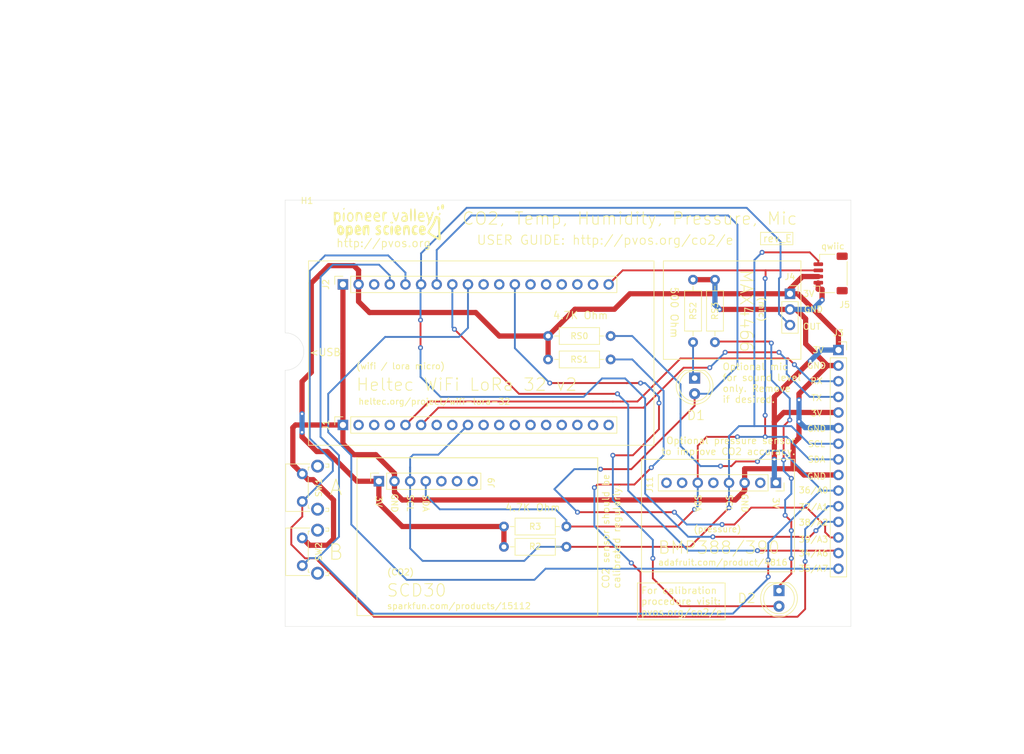
<source format=kicad_pcb>
(kicad_pcb (version 20171130) (host pcbnew 5.1.6-c6e7f7d~87~ubuntu18.04.1)

  (general
    (thickness 1.6)
    (drawings 107)
    (tracks 400)
    (zones 0)
    (modules 22)
    (nets 16)
  )

  (page A4)
  (layers
    (0 F.Cu signal)
    (31 B.Cu signal)
    (32 B.Adhes user)
    (33 F.Adhes user)
    (34 B.Paste user)
    (35 F.Paste user)
    (36 B.SilkS user)
    (37 F.SilkS user)
    (38 B.Mask user)
    (39 F.Mask user)
    (40 Dwgs.User user)
    (41 Cmts.User user)
    (42 Eco1.User user)
    (43 Eco2.User user)
    (44 Edge.Cuts user)
    (45 Margin user)
    (46 B.CrtYd user)
    (47 F.CrtYd user)
    (48 B.Fab user)
    (49 F.Fab user)
  )

  (setup
    (last_trace_width 0.25)
    (user_trace_width 0.3048)
    (user_trace_width 0.4)
    (user_trace_width 0.508)
    (user_trace_width 0.8)
    (user_trace_width 0.85)
    (trace_clearance 0.2)
    (zone_clearance 0.508)
    (zone_45_only no)
    (trace_min 0.2)
    (via_size 0.8)
    (via_drill 0.4)
    (via_min_size 0.4)
    (via_min_drill 0.3)
    (uvia_size 0.3)
    (uvia_drill 0.1)
    (uvias_allowed no)
    (uvia_min_size 0.2)
    (uvia_min_drill 0.1)
    (edge_width 0.05)
    (segment_width 0.2)
    (pcb_text_width 0.3)
    (pcb_text_size 1.5 1.5)
    (mod_edge_width 0.12)
    (mod_text_size 1 1)
    (mod_text_width 0.15)
    (pad_size 1.524 1.524)
    (pad_drill 0.762)
    (pad_to_mask_clearance 0.05)
    (aux_axis_origin 0 0)
    (visible_elements FFFFFFFF)
    (pcbplotparams
      (layerselection 0x010fc_ffffffff)
      (usegerberextensions false)
      (usegerberattributes true)
      (usegerberadvancedattributes true)
      (creategerberjobfile true)
      (excludeedgelayer true)
      (linewidth 0.100000)
      (plotframeref false)
      (viasonmask false)
      (mode 1)
      (useauxorigin false)
      (hpglpennumber 1)
      (hpglpenspeed 20)
      (hpglpendiameter 15.000000)
      (psnegative false)
      (psa4output false)
      (plotreference true)
      (plotvalue true)
      (plotinvisibletext false)
      (padsonsilk false)
      (subtractmaskfromsilk false)
      (outputformat 1)
      (mirror false)
      (drillshape 0)
      (scaleselection 1)
      (outputdirectory "gerber/"))
  )

  (net 0 "")
  (net 1 +3V3)
  (net 2 GND)
  (net 3 SDA)
  (net 4 SCL)
  (net 5 TX)
  (net 6 RX)
  (net 7 38_A2)
  (net 8 37_A1)
  (net 9 36_A0)
  (net 10 "Net-(D1-Pad1)")
  (net 11 35_A7)
  (net 12 34_A6)
  (net 13 "Net-(D2-Pad1)")
  (net 14 25_LED)
  (net 15 39_A3)

  (net_class Default "This is the default net class."
    (clearance 0.2)
    (trace_width 0.25)
    (via_dia 0.8)
    (via_drill 0.4)
    (uvia_dia 0.3)
    (uvia_drill 0.1)
    (add_net +3V3)
    (add_net 25_LED)
    (add_net 34_A6)
    (add_net 35_A7)
    (add_net 36_A0)
    (add_net 37_A1)
    (add_net 38_A2)
    (add_net 39_A3)
    (add_net GND)
    (add_net "Net-(D1-Pad1)")
    (add_net "Net-(D2-Pad1)")
    (add_net RX)
    (add_net SCL)
    (add_net SDA)
    (add_net TX)
  )

  (module logo_footprints:pvos15 (layer F.Cu) (tedit 0) (tstamp 5FD80668)
    (at 16.758 3.508)
    (fp_text reference G*** (at 0 0) (layer F.SilkS) hide
      (effects (font (size 1.524 1.524) (thickness 0.3)))
    )
    (fp_text value LOGO (at 0.75 0) (layer F.SilkS) hide
      (effects (font (size 1.524 1.524) (thickness 0.3)))
    )
    (fp_poly (pts (xy 8.152827 -0.82763) (xy 8.213772 -0.795749) (xy 8.403537 -0.642486) (xy 8.471266 -0.391675)
      (xy 8.441106 0.058786) (xy 8.432375 0.128618) (xy 8.403043 0.747552) (xy 8.438803 1.457828)
      (xy 8.478876 1.776202) (xy 8.562857 2.483055) (xy 8.539012 2.901891) (xy 8.406229 3.047989)
      (xy 8.386287 3.04815) (xy 8.200915 2.971743) (xy 7.821056 2.778141) (xy 7.358578 2.525682)
      (xy 6.875009 2.234464) (xy 6.516194 1.980874) (xy 6.366996 1.829704) (xy 6.389684 1.725458)
      (xy 6.751898 1.725458) (xy 6.880312 1.857787) (xy 7.200868 2.072335) (xy 7.616536 2.310771)
      (xy 8.030286 2.514764) (xy 8.143729 2.56218) (xy 8.150266 2.417594) (xy 8.147147 2.020696)
      (xy 8.135247 1.440523) (xy 8.124426 1.039032) (xy 8.086204 0.179817) (xy 8.030494 -0.360802)
      (xy 7.956616 -0.585311) (xy 7.863893 -0.496192) (xy 7.780324 -0.219918) (xy 7.620841 0.191505)
      (xy 7.348145 0.697307) (xy 7.209842 0.913142) (xy 6.946232 1.325724) (xy 6.780699 1.634341)
      (xy 6.751898 1.725458) (xy 6.389684 1.725458) (xy 6.414784 1.610137) (xy 6.612325 1.230696)
      (xy 6.82835 0.901081) (xy 7.150655 0.373929) (xy 7.391555 -0.153689) (xy 7.465508 -0.406155)
      (xy 7.589683 -0.819556) (xy 7.795557 -0.947952) (xy 8.152827 -0.82763)) (layer F.SilkS) (width 0.01))
    (fp_poly (pts (xy -6.002284 0.708876) (xy -5.82587 0.994431) (xy -5.715063 1.437732) (xy -5.770311 1.850088)
      (xy -5.958024 2.138532) (xy -6.244614 2.210098) (xy -6.263487 2.205657) (xy -6.509772 2.220617)
      (xy -6.616789 2.483551) (xy -6.622331 2.524599) (xy -6.697632 2.77903) (xy -6.792089 2.801921)
      (xy -6.854939 2.587733) (xy -6.898556 2.151888) (xy -6.912659 1.661182) (xy -6.90755 1.391427)
      (xy -6.503132 1.391427) (xy -6.469879 1.567405) (xy -6.320535 1.762751) (xy -6.175682 1.685041)
      (xy -6.108895 1.375228) (xy -6.108861 1.366456) (xy -6.159334 1.06427) (xy -6.256224 0.964557)
      (xy -6.437732 1.096795) (xy -6.503132 1.391427) (xy -6.90755 1.391427) (xy -6.902114 1.104501)
      (xy -6.855354 0.797204) (xy -6.749688 0.667438) (xy -6.59114 0.643038) (xy -6.266922 0.626793)
      (xy -6.149051 0.607368) (xy -6.002284 0.708876)) (layer F.SilkS) (width 0.01))
    (fp_poly (pts (xy -7.475625 0.689248) (xy -7.356155 0.811771) (xy -7.103949 1.266915) (xy -7.139893 1.719664)
      (xy -7.239834 1.939683) (xy -7.522469 2.206494) (xy -7.868251 2.210772) (xy -8.167834 1.961319)
      (xy -8.222584 1.860589) (xy -8.337557 1.385249) (xy -8.334564 1.366456) (xy -7.877216 1.366456)
      (xy -7.822186 1.668573) (xy -7.716456 1.768355) (xy -7.595609 1.63078) (xy -7.555697 1.366456)
      (xy -7.610726 1.064339) (xy -7.716456 0.964557) (xy -7.837303 1.102132) (xy -7.877216 1.366456)
      (xy -8.334564 1.366456) (xy -8.27164 0.971485) (xy -8.073542 0.678257) (xy -7.791968 0.564525)
      (xy -7.475625 0.689248)) (layer F.SilkS) (width 0.01))
    (fp_poly (pts (xy -4.712684 0.613047) (xy -4.471467 0.914284) (xy -4.343504 1.249388) (xy -4.340507 1.297559)
      (xy -4.438438 1.54036) (xy -4.751893 1.607595) (xy -5.030384 1.659861) (xy -5.059883 1.774894)
      (xy -4.844249 1.867113) (xy -4.629477 1.838404) (xy -4.388689 1.812804) (xy -4.374269 1.952434)
      (xy -4.586314 2.163006) (xy -4.930368 2.21195) (xy -5.250023 2.079733) (xy -5.266751 2.063882)
      (xy -5.43411 1.730543) (xy -5.458944 1.295831) (xy -5.420294 1.125317) (xy -5.144304 1.125317)
      (xy -5.02197 1.281405) (xy -4.983545 1.286076) (xy -4.827457 1.163742) (xy -4.822785 1.125317)
      (xy -4.945119 0.969229) (xy -4.983545 0.964557) (xy -5.139633 1.086891) (xy -5.144304 1.125317)
      (xy -5.420294 1.125317) (xy -5.362545 0.870552) (xy -5.1662 0.565513) (xy -4.962876 0.482279)
      (xy -4.712684 0.613047)) (layer F.SilkS) (width 0.01))
    (fp_poly (pts (xy -3.175916 0.586931) (xy -3.096423 0.779076) (xy -3.059501 1.153568) (xy -3.062448 1.596016)
      (xy -3.102564 1.992026) (xy -3.177149 2.227207) (xy -3.21519 2.250633) (xy -3.315858 2.108015)
      (xy -3.37185 1.751738) (xy -3.37595 1.607595) (xy -3.411604 1.204923) (xy -3.500673 0.980955)
      (xy -3.536709 0.964557) (xy -3.637377 1.107175) (xy -3.693369 1.463452) (xy -3.697469 1.607595)
      (xy -3.742884 2.082371) (xy -3.878324 2.251084) (xy -4.072574 2.14346) (xy -4.139242 1.928703)
      (xy -4.176744 1.520583) (xy -4.179747 1.358404) (xy -4.157076 0.923105) (xy -4.049952 0.70693)
      (xy -3.799707 0.60852) (xy -3.738574 0.596185) (xy -3.374083 0.558498) (xy -3.175916 0.586931)) (layer F.SilkS) (width 0.01))
    (fp_poly (pts (xy -1.190822 0.708531) (xy -1.165507 0.763608) (xy -1.243038 0.926318) (xy -1.473629 0.975438)
      (xy -1.848735 0.986318) (xy -1.479061 1.164317) (xy -1.212709 1.423228) (xy -1.143067 1.766188)
      (xy -1.263849 2.072388) (xy -1.533831 2.217225) (xy -1.853269 2.20647) (xy -1.97592 2.150242)
      (xy -2.092009 1.921549) (xy -1.944875 1.820301) (xy -1.768355 1.848735) (xy -1.497939 1.88793)
      (xy -1.489156 1.764634) (xy -1.739888 1.500236) (xy -1.808545 1.442486) (xy -2.049871 1.183221)
      (xy -2.041733 0.946201) (xy -1.991973 0.854059) (xy -1.731443 0.625729) (xy -1.419686 0.572326)
      (xy -1.190822 0.708531)) (layer F.SilkS) (width 0.01))
    (fp_poly (pts (xy -0.003279 0.616401) (xy 0.157835 0.789476) (xy 0.160759 0.820997) (xy 0.025964 0.937686)
      (xy -0.16076 0.964557) (xy -0.412883 1.058751) (xy -0.482279 1.366456) (xy -0.409077 1.679359)
      (xy -0.14965 1.768352) (xy -0.147363 1.768355) (xy 0.097645 1.845156) (xy 0.120644 1.969304)
      (xy -0.088045 2.184098) (xy -0.406486 2.186855) (xy -0.606194 2.062414) (xy -0.761103 1.73057)
      (xy -0.794599 1.273579) (xy -0.709299 0.849799) (xy -0.583035 0.659949) (xy -0.301248 0.56218)
      (xy -0.003279 0.616401)) (layer F.SilkS) (width 0.01))
    (fp_poly (pts (xy 0.722543 0.738898) (xy 0.794656 1.064013) (xy 0.803797 1.356969) (xy 0.760664 1.88415)
      (xy 0.642461 2.168351) (xy 0.465977 2.174964) (xy 0.424321 2.13909) (xy 0.36115 1.927904)
      (xy 0.324901 1.520011) (xy 0.321519 1.339663) (xy 0.355487 0.872625) (xy 0.470127 0.66597)
      (xy 0.562658 0.643038) (xy 0.722543 0.738898)) (layer F.SilkS) (width 0.01))
    (fp_poly (pts (xy 1.792404 0.612821) (xy 1.864632 0.677321) (xy 2.094589 1.044303) (xy 2.096428 1.36968)
      (xy 1.875965 1.563785) (xy 1.80616 1.578899) (xy 1.559014 1.669384) (xy 1.529979 1.772827)
      (xy 1.731882 1.846552) (xy 1.875818 1.816097) (xy 2.064654 1.808992) (xy 2.059027 1.943687)
      (xy 1.847467 2.185454) (xy 1.526653 2.214583) (xy 1.219925 2.040412) (xy 1.106468 1.871566)
      (xy 1.002656 1.423707) (xy 1.045614 1.125317) (xy 1.446835 1.125317) (xy 1.569169 1.281405)
      (xy 1.607595 1.286076) (xy 1.763683 1.163742) (xy 1.768354 1.125317) (xy 1.64602 0.969229)
      (xy 1.607595 0.964557) (xy 1.451507 1.086891) (xy 1.446835 1.125317) (xy 1.045614 1.125317)
      (xy 1.062892 1.005306) (xy 1.243628 0.68496) (xy 1.501314 0.531266) (xy 1.792404 0.612821)) (layer F.SilkS) (width 0.01))
    (fp_poly (pts (xy 3.171392 0.609214) (xy 3.367672 0.699065) (xy 3.471343 0.941256) (xy 3.524975 1.333515)
      (xy 3.527949 1.759823) (xy 3.479646 2.104162) (xy 3.379446 2.250514) (xy 3.375949 2.250633)
      (xy 3.26897 2.109485) (xy 3.216325 1.763151) (xy 3.21519 1.697463) (xy 3.177193 1.300458)
      (xy 3.084398 1.065755) (xy 3.071275 1.055348) (xy 2.907863 1.096585) (xy 2.784449 1.382996)
      (xy 2.73302 1.838335) (xy 2.732911 1.861883) (xy 2.67619 2.157651) (xy 2.572152 2.250633)
      (xy 2.479524 2.106247) (xy 2.421426 1.737918) (xy 2.411392 1.465577) (xy 2.428736 0.98832)
      (xy 2.508638 0.740547) (xy 2.692899 0.630894) (xy 2.805014 0.605275) (xy 3.171392 0.609214)) (layer F.SilkS) (width 0.01))
    (fp_poly (pts (xy 4.553104 0.573951) (xy 4.797068 0.74774) (xy 4.754253 0.907734) (xy 4.501265 0.964557)
      (xy 4.249142 1.058751) (xy 4.179746 1.366456) (xy 4.252948 1.679359) (xy 4.512376 1.768352)
      (xy 4.514662 1.768355) (xy 4.75967 1.845156) (xy 4.78267 1.969304) (xy 4.569945 2.180466)
      (xy 4.224053 2.189482) (xy 4.032384 2.103816) (xy 3.859075 1.827754) (xy 3.813016 1.400301)
      (xy 3.893009 0.964808) (xy 4.044032 0.709856) (xy 4.359124 0.556443) (xy 4.553104 0.573951)) (layer F.SilkS) (width 0.01))
    (fp_poly (pts (xy 5.970274 0.795997) (xy 6.108264 1.183111) (xy 6.10886 1.213685) (xy 6.042578 1.511744)
      (xy 5.781655 1.605511) (xy 5.697474 1.607595) (xy 5.418983 1.659861) (xy 5.389484 1.774894)
      (xy 5.605118 1.867113) (xy 5.81989 1.838404) (xy 6.060678 1.812804) (xy 6.075098 1.952434)
      (xy 5.863053 2.163006) (xy 5.518999 2.21195) (xy 5.199345 2.079733) (xy 5.182616 2.063882)
      (xy 5.016024 1.724171) (xy 4.98826 1.278562) (xy 5.047975 1.040173) (xy 5.372567 1.040173)
      (xy 5.385443 1.125317) (xy 5.522949 1.278511) (xy 5.546202 1.286076) (xy 5.674013 1.173953)
      (xy 5.706962 1.125317) (xy 5.668787 0.989122) (xy 5.546202 0.964557) (xy 5.372567 1.040173)
      (xy 5.047975 1.040173) (xy 5.090483 0.870483) (xy 5.269024 0.662326) (xy 5.657848 0.600947)
      (xy 5.970274 0.795997)) (layer F.SilkS) (width 0.01))
    (fp_poly (pts (xy -8.319304 -1.553419) (xy -7.9754 -1.506609) (xy -7.815587 -1.347178) (xy -7.751692 -0.976605)
      (xy -7.746273 -0.913148) (xy -7.773179 -0.374949) (xy -7.934631 -0.026726) (xy -8.199822 0.076833)
      (xy -8.290868 0.053625) (xy -8.478706 0.092032) (xy -8.520254 0.30432) (xy -8.584499 0.574748)
      (xy -8.681013 0.643038) (xy -8.763741 0.494521) (xy -8.820816 0.097219) (xy -8.841773 -0.468292)
      (xy -8.841773 -0.842378) (xy -8.520254 -0.842378) (xy -8.485566 -0.468542) (xy -8.409731 -0.264583)
      (xy -8.188979 -0.187809) (xy -8.019702 -0.374254) (xy -7.957595 -0.734612) (xy -8.042636 -1.126751)
      (xy -8.238924 -1.255472) (xy -8.445284 -1.218096) (xy -8.517781 -0.950972) (xy -8.520254 -0.842378)
      (xy -8.841773 -0.842378) (xy -8.841773 -1.579623) (xy -8.319304 -1.553419)) (layer F.SilkS) (width 0.01))
    (fp_poly (pts (xy 7.346773 -1.583308) (xy 7.369996 -1.470062) (xy 7.305288 -1.207281) (xy 7.141318 -0.734388)
      (xy 7.023671 -0.414022) (xy 6.803378 0.096299) (xy 6.58238 0.471503) (xy 6.430379 0.616868)
      (xy 6.27492 0.642785) (xy 6.3458 0.507604) (xy 6.414107 0.422941) (xy 6.529572 0.127626)
      (xy 6.49416 -0.331269) (xy 6.301493 -0.999171) (xy 6.160574 -1.383188) (xy 6.170674 -1.57953)
      (xy 6.239647 -1.607595) (xy 6.385766 -1.468862) (xy 6.50877 -1.134246) (xy 6.510759 -1.125316)
      (xy 6.623683 -0.787934) (xy 6.74915 -0.643135) (xy 6.751898 -0.643038) (xy 6.876901 -0.78151)
      (xy 6.990874 -1.115591) (xy 6.993038 -1.125316) (xy 7.10969 -1.462814) (xy 7.244053 -1.607504)
      (xy 7.24695 -1.607595) (xy 7.346773 -1.583308)) (layer F.SilkS) (width 0.01))
    (fp_poly (pts (xy 0.776592 0.086806) (xy 0.803797 0.16076) (xy 0.673589 0.303382) (xy 0.562658 0.321519)
      (xy 0.348724 0.234714) (xy 0.321519 0.16076) (xy 0.451727 0.018137) (xy 0.562658 0)
      (xy 0.776592 0.086806)) (layer F.SilkS) (width 0.01))
    (fp_poly (pts (xy -5.801589 -1.362114) (xy -5.645159 -0.948491) (xy -5.626583 -0.709389) (xy -5.720347 -0.243738)
      (xy -5.957831 0.025091) (xy -6.273319 0.051744) (xy -6.508277 -0.100862) (xy -6.691956 -0.470657)
      (xy -6.70113 -0.804107) (xy -6.493622 -0.804107) (xy -6.460144 -0.442088) (xy -6.302537 -0.19493)
      (xy -6.078483 -0.205019) (xy -5.887219 -0.45406) (xy -5.85565 -0.553521) (xy -5.831388 -1.003855)
      (xy -6.015877 -1.251412) (xy -6.186941 -1.286076) (xy -6.399014 -1.148225) (xy -6.493622 -0.804107)
      (xy -6.70113 -0.804107) (xy -6.704742 -0.935358) (xy -6.557729 -1.346416) (xy -6.403666 -1.50168)
      (xy -6.072518 -1.564958) (xy -5.801589 -1.362114)) (layer F.SilkS) (width 0.01))
    (fp_poly (pts (xy -1.63431 -1.501475) (xy -1.390647 -1.211742) (xy -1.315085 -0.988328) (xy -1.329559 -0.7477)
      (xy -1.528029 -0.654279) (xy -1.776858 -0.643038) (xy -2.11093 -0.623137) (xy -2.177644 -0.533983)
      (xy -2.080598 -0.390722) (xy -1.77822 -0.215548) (xy -1.578636 -0.214912) (xy -1.337733 -0.222769)
      (xy -1.286076 -0.164458) (xy -1.415897 -0.005225) (xy -1.711503 0.047855) (xy -2.032113 -0.014471)
      (xy -2.173081 -0.106173) (xy -2.376269 -0.459447) (xy -2.408241 -0.865107) (xy -2.33386 -1.125316)
      (xy -2.170254 -1.125316) (xy -2.112594 -1.006801) (xy -1.848735 -0.964557) (xy -1.56936 -1.014558)
      (xy -1.527216 -1.125316) (xy -1.760488 -1.274861) (xy -1.848735 -1.286076) (xy -2.11839 -1.184156)
      (xy -2.170254 -1.125316) (xy -2.33386 -1.125316) (xy -2.300994 -1.240291) (xy -2.086524 -1.502136)
      (xy -1.796826 -1.56778) (xy -1.63431 -1.501475)) (layer F.SilkS) (width 0.01))
    (fp_poly (pts (xy 2.757308 -1.552038) (xy 3.029922 -1.328866) (xy 3.048774 -1.296644) (xy 3.17351 -0.902457)
      (xy 3.21519 -0.511588) (xy 3.154038 -0.148392) (xy 2.919857 0.014934) (xy 2.823683 0.03736)
      (xy 2.44879 0.052707) (xy 2.24696 -0.00227) (xy 2.094956 -0.25089) (xy 2.120867 -0.442057)
      (xy 2.289475 -0.442057) (xy 2.336257 -0.313033) (xy 2.54232 -0.194469) (xy 2.763034 -0.314632)
      (xy 2.865268 -0.53579) (xy 2.79822 -0.764714) (xy 2.673806 -0.803797) (xy 2.381639 -0.693429)
      (xy 2.289475 -0.442057) (xy 2.120867 -0.442057) (xy 2.139515 -0.579635) (xy 2.339118 -0.852548)
      (xy 2.531962 -0.935548) (xy 2.839008 -1.044668) (xy 2.858294 -1.187331) (xy 2.601617 -1.280291)
      (xy 2.482284 -1.286076) (xy 2.20877 -1.337107) (xy 2.170253 -1.446835) (xy 2.422112 -1.599676)
      (xy 2.757308 -1.552038)) (layer F.SilkS) (width 0.01))
    (fp_poly (pts (xy 5.714752 -1.414623) (xy 5.906378 -1.055872) (xy 5.919092 -0.988328) (xy 5.902398 -0.743592)
      (xy 5.694974 -0.651938) (xy 5.482049 -0.643038) (xy 5.147217 -0.606162) (xy 5.068488 -0.469512)
      (xy 5.091693 -0.387501) (xy 5.316798 -0.199434) (xy 5.568926 -0.204449) (xy 5.857003 -0.217429)
      (xy 5.948101 -0.157216) (xy 5.814307 -0.011365) (xy 5.508884 0.05148) (xy 5.175768 0.009895)
      (xy 5.086757 -0.029009) (xy 4.891401 -0.298406) (xy 4.826415 -0.721764) (xy 4.887646 -1.125316)
      (xy 5.063924 -1.125316) (xy 5.113146 -0.998784) (xy 5.295575 -0.964557) (xy 5.561913 -1.030146)
      (xy 5.626582 -1.125316) (xy 5.497061 -1.269505) (xy 5.39493 -1.286076) (xy 5.121229 -1.188101)
      (xy 5.063924 -1.125316) (xy 4.887646 -1.125316) (xy 4.892717 -1.158735) (xy 5.077399 -1.458019)
      (xy 5.40678 -1.566331) (xy 5.714752 -1.414623)) (layer F.SilkS) (width 0.01))
    (fp_poly (pts (xy -7.135056 -1.447506) (xy -7.080822 -1.089235) (xy -7.073418 -0.813285) (xy -7.102016 -0.351663)
      (xy -7.17522 -0.056973) (xy -7.234178 0) (xy -7.330581 -0.143568) (xy -7.387963 -0.506315)
      (xy -7.394937 -0.71393) (xy -7.361642 -1.168273) (xy -7.277797 -1.473383) (xy -7.234178 -1.527215)
      (xy -7.135056 -1.447506)) (layer F.SilkS) (width 0.01))
    (fp_poly (pts (xy -4.480867 -1.509188) (xy -4.273723 -1.288035) (xy -4.200884 -0.843211) (xy -4.200857 -0.562658)
      (xy -4.224245 -0.241652) (xy -4.264581 -0.175574) (xy -4.285034 -0.241139) (xy -4.376799 -0.673597)
      (xy -4.430208 -0.924367) (xy -4.570538 -1.249176) (xy -4.749616 -1.298764) (xy -4.907139 -1.10379)
      (xy -4.982802 -0.694915) (xy -4.983545 -0.643038) (xy -5.019199 -0.240366) (xy -5.108268 -0.016397)
      (xy -5.144304 0) (xy -5.236999 -0.144371) (xy -5.295089 -0.512602) (xy -5.305064 -0.783702)
      (xy -5.292583 -1.252381) (xy -5.223658 -1.483498) (xy -5.051065 -1.560876) (xy -4.862975 -1.568432)
      (xy -4.480867 -1.509188)) (layer F.SilkS) (width 0.01))
    (fp_poly (pts (xy -2.8447 -1.41827) (xy -2.732912 -1.049982) (xy -2.795384 -0.743921) (xy -3.04675 -0.646009)
      (xy -3.148207 -0.643038) (xy -3.451365 -0.580138) (xy -3.493646 -0.442088) (xy -3.297355 -0.2859)
      (xy -3.07835 -0.253903) (xy -2.804605 -0.21177) (xy -2.732912 -0.133334) (xy -2.872648 -0.039455)
      (xy -3.208989 -0.000002) (xy -3.212127 0) (xy -3.586767 -0.065637) (xy -3.766694 -0.311358)
      (xy -3.789022 -0.389183) (xy -3.835201 -0.990744) (xy -3.76928 -1.125316) (xy -3.536709 -1.125316)
      (xy -3.40166 -0.995964) (xy -3.205703 -0.964557) (xy -2.983418 -1.026442) (xy -2.974051 -1.125316)
      (xy -3.20665 -1.273235) (xy -3.305058 -1.286076) (xy -3.512831 -1.196192) (xy -3.536709 -1.125316)
      (xy -3.76928 -1.125316) (xy -3.631275 -1.407038) (xy -3.51837 -1.495379) (xy -3.137936 -1.590761)
      (xy -2.8447 -1.41827)) (layer F.SilkS) (width 0.01))
    (fp_poly (pts (xy -0.260542 -1.552565) (xy -0.16076 -1.446835) (xy -0.290968 -1.304213) (xy -0.401899 -1.286076)
      (xy -0.569571 -1.179893) (xy -0.638662 -0.827906) (xy -0.643038 -0.643038) (xy -0.678693 -0.240366)
      (xy -0.767762 -0.016397) (xy -0.803798 0) (xy -0.895502 -0.144582) (xy -0.953709 -0.514257)
      (xy -0.964557 -0.803797) (xy -0.951527 -1.280843) (xy -0.885028 -1.51883) (xy -0.72395 -1.59998)
      (xy -0.562659 -1.607595) (xy -0.260542 -1.552565)) (layer F.SilkS) (width 0.01))
    (fp_poly (pts (xy 1.711274 -1.557502) (xy 1.735985 -1.353305) (xy 1.671588 -0.9794) (xy 1.551764 -0.55234)
      (xy 1.410192 -0.188677) (xy 1.280552 -0.004963) (xy 1.261204 0) (xy 1.104834 -0.132829)
      (xy 0.961861 -0.408988) (xy 0.762691 -0.994781) (xy 0.675608 -1.393721) (xy 0.707953 -1.562623)
      (xy 0.767983 -1.549349) (xy 0.922551 -1.328292) (xy 1.045649 -0.96131) (xy 1.168137 -0.623135)
      (xy 1.305987 -0.59801) (xy 1.442243 -0.879096) (xy 1.507567 -1.147648) (xy 1.602877 -1.464988)
      (xy 1.700751 -1.565031) (xy 1.711274 -1.557502)) (layer F.SilkS) (width 0.01))
    (fp_poly (pts (xy 3.78044 -1.969398) (xy 3.838498 -1.543131) (xy 3.858227 -1.035449) (xy 3.835326 -0.493158)
      (xy 3.774752 -0.122296) (xy 3.697468 0) (xy 3.615179 -0.148804) (xy 3.558258 -0.548129)
      (xy 3.536712 -1.127346) (xy 3.536708 -1.134804) (xy 3.557338 -1.753587) (xy 3.616339 -2.104955)
      (xy 3.697468 -2.170253) (xy 3.78044 -1.969398)) (layer F.SilkS) (width 0.01))
    (fp_poly (pts (xy 4.423478 -1.969398) (xy 4.481536 -1.543131) (xy 4.501265 -1.035449) (xy 4.478364 -0.493158)
      (xy 4.41779 -0.122296) (xy 4.340506 0) (xy 4.258217 -0.148804) (xy 4.201296 -0.548129)
      (xy 4.17975 -1.127346) (xy 4.179746 -1.134804) (xy 4.200376 -1.753587) (xy 4.259377 -2.104955)
      (xy 4.340506 -2.170253) (xy 4.423478 -1.969398)) (layer F.SilkS) (width 0.01))
    (fp_poly (pts (xy 8.515651 -1.331454) (xy 8.520253 -1.295563) (xy 8.403397 -1.077841) (xy 8.359493 -1.044936)
      (xy 8.221867 -1.08138) (xy 8.198734 -1.196208) (xy 8.282666 -1.416162) (xy 8.359493 -1.446835)
      (xy 8.515651 -1.331454)) (layer F.SilkS) (width 0.01))
    (fp_poly (pts (xy 8.29519 -2.347088) (xy 8.302034 -2.025697) (xy 8.22535 -1.891426) (xy 8.050126 -1.824771)
      (xy 7.941519 -1.993417) (xy 7.934674 -2.314808) (xy 8.011358 -2.44908) (xy 8.186582 -2.515735)
      (xy 8.29519 -2.347088)) (layer F.SilkS) (width 0.01))
    (fp_poly (pts (xy -7.075261 -2.126254) (xy -7.073418 -2.089873) (xy -7.197002 -1.935291) (xy -7.243665 -1.929114)
      (xy -7.339676 -2.027601) (xy -7.314557 -2.089873) (xy -7.170098 -2.243235) (xy -7.14431 -2.250633)
      (xy -7.075261 -2.126254)) (layer F.SilkS) (width 0.01))
    (fp_poly (pts (xy 8.901768 -2.846878) (xy 9.043091 -2.658645) (xy 9.082911 -2.411392) (xy 9.00671 -2.090367)
      (xy 8.836462 -1.967649) (xy 8.659696 -2.090681) (xy 8.625485 -2.163458) (xy 8.589165 -2.494498)
      (xy 8.691837 -2.765544) (xy 8.883133 -2.852002) (xy 8.901768 -2.846878)) (layer F.SilkS) (width 0.01))
  )

  (module Connector_PinSocket_2.54mm:PinSocket_1x18_P2.54mm_Vertical (layer F.Cu) (tedit 5A19A434) (tstamp 5FD5C073)
    (at 9.398 13.716 90)
    (descr "Through hole straight socket strip, 1x18, 2.54mm pitch, single row (from Kicad 4.0.7), script generated")
    (tags "Through hole socket strip THT 1x18 2.54mm single row")
    (path /5FB65139)
    (fp_text reference J2 (at 0 -2.77 90) (layer F.SilkS)
      (effects (font (size 1 1) (thickness 0.15)))
    )
    (fp_text value Conn_01x18_Female (at 0 45.95 90) (layer F.Fab)
      (effects (font (size 1 1) (thickness 0.15)))
    )
    (fp_line (start -1.8 44.95) (end -1.8 -1.8) (layer F.CrtYd) (width 0.05))
    (fp_line (start 1.75 44.95) (end -1.8 44.95) (layer F.CrtYd) (width 0.05))
    (fp_line (start 1.75 -1.8) (end 1.75 44.95) (layer F.CrtYd) (width 0.05))
    (fp_line (start -1.8 -1.8) (end 1.75 -1.8) (layer F.CrtYd) (width 0.05))
    (fp_line (start 0 -1.33) (end 1.33 -1.33) (layer F.SilkS) (width 0.12))
    (fp_line (start 1.33 -1.33) (end 1.33 0) (layer F.SilkS) (width 0.12))
    (fp_line (start 1.33 1.27) (end 1.33 44.51) (layer F.SilkS) (width 0.12))
    (fp_line (start -1.33 44.51) (end 1.33 44.51) (layer F.SilkS) (width 0.12))
    (fp_line (start -1.33 1.27) (end -1.33 44.51) (layer F.SilkS) (width 0.12))
    (fp_line (start -1.33 1.27) (end 1.33 1.27) (layer F.SilkS) (width 0.12))
    (fp_line (start -1.27 44.45) (end -1.27 -1.27) (layer F.Fab) (width 0.1))
    (fp_line (start 1.27 44.45) (end -1.27 44.45) (layer F.Fab) (width 0.1))
    (fp_line (start 1.27 -0.635) (end 1.27 44.45) (layer F.Fab) (width 0.1))
    (fp_line (start 0.635 -1.27) (end 1.27 -0.635) (layer F.Fab) (width 0.1))
    (fp_line (start -1.27 -1.27) (end 0.635 -1.27) (layer F.Fab) (width 0.1))
    (fp_text user %R (at 0 21.59) (layer F.Fab)
      (effects (font (size 1 1) (thickness 0.15)))
    )
    (pad 18 thru_hole oval (at 0 43.18 90) (size 1.7 1.7) (drill 1) (layers *.Cu *.Mask)
      (net 3 SDA))
    (pad 17 thru_hole oval (at 0 40.64 90) (size 1.7 1.7) (drill 1) (layers *.Cu *.Mask))
    (pad 16 thru_hole oval (at 0 38.1 90) (size 1.7 1.7) (drill 1) (layers *.Cu *.Mask))
    (pad 15 thru_hole oval (at 0 35.56 90) (size 1.7 1.7) (drill 1) (layers *.Cu *.Mask))
    (pad 14 thru_hole oval (at 0 33.02 90) (size 1.7 1.7) (drill 1) (layers *.Cu *.Mask))
    (pad 13 thru_hole oval (at 0 30.48 90) (size 1.7 1.7) (drill 1) (layers *.Cu *.Mask))
    (pad 12 thru_hole oval (at 0 27.94 90) (size 1.7 1.7) (drill 1) (layers *.Cu *.Mask)
      (net 14 25_LED))
    (pad 11 thru_hole oval (at 0 25.4 90) (size 1.7 1.7) (drill 1) (layers *.Cu *.Mask))
    (pad 10 thru_hole oval (at 0 22.86 90) (size 1.7 1.7) (drill 1) (layers *.Cu *.Mask))
    (pad 9 thru_hole oval (at 0 20.32 90) (size 1.7 1.7) (drill 1) (layers *.Cu *.Mask)
      (net 11 35_A7))
    (pad 8 thru_hole oval (at 0 17.78 90) (size 1.7 1.7) (drill 1) (layers *.Cu *.Mask)
      (net 12 34_A6))
    (pad 7 thru_hole oval (at 0 15.24 90) (size 1.7 1.7) (drill 1) (layers *.Cu *.Mask)
      (net 15 39_A3))
    (pad 6 thru_hole oval (at 0 12.7 90) (size 1.7 1.7) (drill 1) (layers *.Cu *.Mask)
      (net 7 38_A2))
    (pad 5 thru_hole oval (at 0 10.16 90) (size 1.7 1.7) (drill 1) (layers *.Cu *.Mask)
      (net 8 37_A1))
    (pad 4 thru_hole oval (at 0 7.62 90) (size 1.7 1.7) (drill 1) (layers *.Cu *.Mask)
      (net 9 36_A0))
    (pad 3 thru_hole oval (at 0 5.08 90) (size 1.7 1.7) (drill 1) (layers *.Cu *.Mask))
    (pad 2 thru_hole oval (at 0 2.54 90) (size 1.7 1.7) (drill 1) (layers *.Cu *.Mask)
      (net 1 +3V3))
    (pad 1 thru_hole rect (at 0 0 90) (size 1.7 1.7) (drill 1) (layers *.Cu *.Mask)
      (net 2 GND))
    (model ${KISYS3DMOD}/Connector_PinSocket_2.54mm.3dshapes/PinSocket_1x18_P2.54mm_Vertical.wrl
      (at (xyz 0 0 0))
      (scale (xyz 1 1 1))
      (rotate (xyz 0 0 0))
    )
  )

  (module Button_Switch_THT:SW_Tactile_SPST_Angled_PTS645Vx58-2LFS (layer F.Cu) (tedit 5A02FE31) (tstamp 5FD6F212)
    (at 2.794 59.436 90)
    (descr "tactile switch SPST right angle, PTS645VL58-2 LFS")
    (tags "tactile switch SPST angled PTS645VL58-2 LFS C&K Button")
    (path /5FDC768B)
    (fp_text reference SW2 (at 2.25 2.68 90) (layer F.SilkS)
      (effects (font (size 1 1) (thickness 0.15)))
    )
    (fp_text value SW_Push (at 2.25 5.38988 90) (layer F.Fab)
      (effects (font (size 1 1) (thickness 0.15)))
    )
    (fp_line (start 0.5 -5.85) (end 0.5 -2.59) (layer F.Fab) (width 0.1))
    (fp_line (start 4 -5.85) (end 4 -2.59) (layer F.Fab) (width 0.1))
    (fp_line (start 0.5 -5.85) (end 4 -5.85) (layer F.Fab) (width 0.1))
    (fp_line (start -1.09 0.97) (end -1.09 1.2) (layer F.SilkS) (width 0.12))
    (fp_line (start 5.7 4.2) (end 5.7 0.86) (layer F.Fab) (width 0.1))
    (fp_line (start -1.5 4.2) (end -1.2 4.2) (layer F.Fab) (width 0.1))
    (fp_line (start -1.2 0.86) (end 5.7 0.86) (layer F.Fab) (width 0.1))
    (fp_line (start 6 4.2) (end 6 -2.59) (layer F.Fab) (width 0.1))
    (fp_line (start -2.5 -2.8) (end 7.05 -2.8) (layer F.CrtYd) (width 0.05))
    (fp_line (start 7.05 -2.8) (end 7.05 4.45) (layer F.CrtYd) (width 0.05))
    (fp_line (start 7.05 4.45) (end -2.5 4.45) (layer F.CrtYd) (width 0.05))
    (fp_line (start -2.5 4.45) (end -2.5 -2.8) (layer F.CrtYd) (width 0.05))
    (fp_line (start -1.61 -2.7) (end 6.11 -2.7) (layer F.SilkS) (width 0.12))
    (fp_line (start 6.11 -2.7) (end 6.11 1.2) (layer F.SilkS) (width 0.12))
    (fp_line (start -1.61 4.31) (end -1.09 4.31) (layer F.SilkS) (width 0.12))
    (fp_line (start -1.61 -2.7) (end -1.61 1.2) (layer F.SilkS) (width 0.12))
    (fp_line (start -1.5 -2.59) (end 6 -2.59) (layer F.Fab) (width 0.1))
    (fp_line (start -1.5 4.2) (end -1.5 -2.59) (layer F.Fab) (width 0.1))
    (fp_line (start 5.7 4.2) (end 6 4.2) (layer F.Fab) (width 0.1))
    (fp_line (start -1.2 4.2) (end -1.2 0.86) (layer F.Fab) (width 0.1))
    (fp_line (start 5.59 0.97) (end 5.59 1.2) (layer F.SilkS) (width 0.12))
    (fp_line (start -1.09 3.8) (end -1.09 4.31) (layer F.SilkS) (width 0.12))
    (fp_line (start -1.61 3.8) (end -1.61 4.31) (layer F.SilkS) (width 0.12))
    (fp_line (start 5.05 0.97) (end 5.59 0.97) (layer F.SilkS) (width 0.12))
    (fp_line (start 5.59 3.8) (end 5.59 4.31) (layer F.SilkS) (width 0.12))
    (fp_line (start 5.59 4.31) (end 6.11 4.31) (layer F.SilkS) (width 0.12))
    (fp_line (start 6.11 3.8) (end 6.11 4.31) (layer F.SilkS) (width 0.12))
    (fp_line (start -1.09 0.97) (end -0.55 0.97) (layer F.SilkS) (width 0.12))
    (fp_line (start 0.55 0.97) (end 3.95 0.97) (layer F.SilkS) (width 0.12))
    (fp_text user %R (at 2.25 1.68 90) (layer F.Fab)
      (effects (font (size 1 1) (thickness 0.15)))
    )
    (pad "" thru_hole circle (at -1.25 2.49 90) (size 2.1 2.1) (drill 1.3) (layers *.Cu *.Mask))
    (pad 1 thru_hole circle (at 0 0 90) (size 1.75 1.75) (drill 0.99) (layers *.Cu *.Mask)
      (net 9 36_A0))
    (pad 2 thru_hole circle (at 4.5 0 90) (size 1.75 1.75) (drill 0.99) (layers *.Cu *.Mask)
      (net 2 GND))
    (pad "" thru_hole circle (at 5.76 2.49 90) (size 2.1 2.1) (drill 1.3) (layers *.Cu *.Mask))
    (model ${KISYS3DMOD}/Button_Switch_THT.3dshapes/SW_Tactile_SPST_Angled_PTS645Vx58-2LFS.wrl
      (at (xyz 0 0 0))
      (scale (xyz 1 1 1))
      (rotate (xyz 0 0 0))
    )
  )

  (module Button_Switch_THT:SW_Tactile_SPST_Angled_PTS645Vx58-2LFS (layer F.Cu) (tedit 5A02FE31) (tstamp 5FD6F1EC)
    (at 2.794 49.022 90)
    (descr "tactile switch SPST right angle, PTS645VL58-2 LFS")
    (tags "tactile switch SPST angled PTS645VL58-2 LFS C&K Button")
    (path /5FDA65F7)
    (fp_text reference SW1 (at 2.25 2.68 90) (layer F.SilkS)
      (effects (font (size 1 1) (thickness 0.15)))
    )
    (fp_text value SW_Push (at 2.25 5.38988 90) (layer F.Fab)
      (effects (font (size 1 1) (thickness 0.15)))
    )
    (fp_line (start 0.5 -5.85) (end 0.5 -2.59) (layer F.Fab) (width 0.1))
    (fp_line (start 4 -5.85) (end 4 -2.59) (layer F.Fab) (width 0.1))
    (fp_line (start 0.5 -5.85) (end 4 -5.85) (layer F.Fab) (width 0.1))
    (fp_line (start -1.09 0.97) (end -1.09 1.2) (layer F.SilkS) (width 0.12))
    (fp_line (start 5.7 4.2) (end 5.7 0.86) (layer F.Fab) (width 0.1))
    (fp_line (start -1.5 4.2) (end -1.2 4.2) (layer F.Fab) (width 0.1))
    (fp_line (start -1.2 0.86) (end 5.7 0.86) (layer F.Fab) (width 0.1))
    (fp_line (start 6 4.2) (end 6 -2.59) (layer F.Fab) (width 0.1))
    (fp_line (start -2.5 -2.8) (end 7.05 -2.8) (layer F.CrtYd) (width 0.05))
    (fp_line (start 7.05 -2.8) (end 7.05 4.45) (layer F.CrtYd) (width 0.05))
    (fp_line (start 7.05 4.45) (end -2.5 4.45) (layer F.CrtYd) (width 0.05))
    (fp_line (start -2.5 4.45) (end -2.5 -2.8) (layer F.CrtYd) (width 0.05))
    (fp_line (start -1.61 -2.7) (end 6.11 -2.7) (layer F.SilkS) (width 0.12))
    (fp_line (start 6.11 -2.7) (end 6.11 1.2) (layer F.SilkS) (width 0.12))
    (fp_line (start -1.61 4.31) (end -1.09 4.31) (layer F.SilkS) (width 0.12))
    (fp_line (start -1.61 -2.7) (end -1.61 1.2) (layer F.SilkS) (width 0.12))
    (fp_line (start -1.5 -2.59) (end 6 -2.59) (layer F.Fab) (width 0.1))
    (fp_line (start -1.5 4.2) (end -1.5 -2.59) (layer F.Fab) (width 0.1))
    (fp_line (start 5.7 4.2) (end 6 4.2) (layer F.Fab) (width 0.1))
    (fp_line (start -1.2 4.2) (end -1.2 0.86) (layer F.Fab) (width 0.1))
    (fp_line (start 5.59 0.97) (end 5.59 1.2) (layer F.SilkS) (width 0.12))
    (fp_line (start -1.09 3.8) (end -1.09 4.31) (layer F.SilkS) (width 0.12))
    (fp_line (start -1.61 3.8) (end -1.61 4.31) (layer F.SilkS) (width 0.12))
    (fp_line (start 5.05 0.97) (end 5.59 0.97) (layer F.SilkS) (width 0.12))
    (fp_line (start 5.59 3.8) (end 5.59 4.31) (layer F.SilkS) (width 0.12))
    (fp_line (start 5.59 4.31) (end 6.11 4.31) (layer F.SilkS) (width 0.12))
    (fp_line (start 6.11 3.8) (end 6.11 4.31) (layer F.SilkS) (width 0.12))
    (fp_line (start -1.09 0.97) (end -0.55 0.97) (layer F.SilkS) (width 0.12))
    (fp_line (start 0.55 0.97) (end 3.95 0.97) (layer F.SilkS) (width 0.12))
    (fp_text user %R (at 2.25 1.68 90) (layer F.Fab)
      (effects (font (size 1 1) (thickness 0.15)))
    )
    (pad "" thru_hole circle (at -1.25 2.49 90) (size 2.1 2.1) (drill 1.3) (layers *.Cu *.Mask))
    (pad 1 thru_hole circle (at 0 0 90) (size 1.75 1.75) (drill 0.99) (layers *.Cu *.Mask)
      (net 8 37_A1))
    (pad 2 thru_hole circle (at 4.5 0 90) (size 1.75 1.75) (drill 0.99) (layers *.Cu *.Mask)
      (net 2 GND))
    (pad "" thru_hole circle (at 5.76 2.49 90) (size 2.1 2.1) (drill 1.3) (layers *.Cu *.Mask))
    (model ${KISYS3DMOD}/Button_Switch_THT.3dshapes/SW_Tactile_SPST_Angled_PTS645Vx58-2LFS.wrl
      (at (xyz 0 0 0))
      (scale (xyz 1 1 1))
      (rotate (xyz 0 0 0))
    )
  )

  (module Connector_JST:JST_SH_SM04B-SRSS-TB_1x04-1MP_P1.00mm_Horizontal (layer F.Cu) (tedit 5B78AD87) (tstamp 5FD6A636)
    (at 88.646 11.938 90)
    (descr "JST SH series connector, SM04B-SRSS-TB (http://www.jst-mfg.com/product/pdf/eng/eSH.pdf), generated with kicad-footprint-generator")
    (tags "connector JST SH top entry")
    (path /5FE6A2E6)
    (attr smd)
    (fp_text reference J5 (at -5.08 2.286 180) (layer F.SilkS)
      (effects (font (size 1 1) (thickness 0.15)))
    )
    (fp_text value Conn_01x04_Female (at 0 3.98 90) (layer F.Fab)
      (effects (font (size 1 1) (thickness 0.15)))
    )
    (fp_line (start -1.5 -0.967893) (end -1 -1.675) (layer F.Fab) (width 0.1))
    (fp_line (start -2 -1.675) (end -1.5 -0.967893) (layer F.Fab) (width 0.1))
    (fp_line (start 3.9 -3.28) (end -3.9 -3.28) (layer F.CrtYd) (width 0.05))
    (fp_line (start 3.9 3.28) (end 3.9 -3.28) (layer F.CrtYd) (width 0.05))
    (fp_line (start -3.9 3.28) (end 3.9 3.28) (layer F.CrtYd) (width 0.05))
    (fp_line (start -3.9 -3.28) (end -3.9 3.28) (layer F.CrtYd) (width 0.05))
    (fp_line (start 3 -1.675) (end 3 2.575) (layer F.Fab) (width 0.1))
    (fp_line (start -3 -1.675) (end -3 2.575) (layer F.Fab) (width 0.1))
    (fp_line (start -3 2.575) (end 3 2.575) (layer F.Fab) (width 0.1))
    (fp_line (start -1.94 2.685) (end 1.94 2.685) (layer F.SilkS) (width 0.12))
    (fp_line (start 3.11 -1.785) (end 2.06 -1.785) (layer F.SilkS) (width 0.12))
    (fp_line (start 3.11 0.715) (end 3.11 -1.785) (layer F.SilkS) (width 0.12))
    (fp_line (start -2.06 -1.785) (end -2.06 -2.775) (layer F.SilkS) (width 0.12))
    (fp_line (start -3.11 -1.785) (end -2.06 -1.785) (layer F.SilkS) (width 0.12))
    (fp_line (start -3.11 0.715) (end -3.11 -1.785) (layer F.SilkS) (width 0.12))
    (fp_line (start -3 -1.675) (end 3 -1.675) (layer F.Fab) (width 0.1))
    (fp_text user %R (at 0 0 90) (layer F.Fab)
      (effects (font (size 1 1) (thickness 0.15)))
    )
    (pad MP smd roundrect (at 2.8 1.875 90) (size 1.2 1.8) (layers F.Cu F.Paste F.Mask) (roundrect_rratio 0.208333))
    (pad MP smd roundrect (at -2.8 1.875 90) (size 1.2 1.8) (layers F.Cu F.Paste F.Mask) (roundrect_rratio 0.208333))
    (pad 4 smd roundrect (at 1.5 -2 90) (size 0.6 1.55) (layers F.Cu F.Paste F.Mask) (roundrect_rratio 0.25)
      (net 4 SCL))
    (pad 3 smd roundrect (at 0.5 -2 90) (size 0.6 1.55) (layers F.Cu F.Paste F.Mask) (roundrect_rratio 0.25)
      (net 3 SDA))
    (pad 2 smd roundrect (at -0.5 -2 90) (size 0.6 1.55) (layers F.Cu F.Paste F.Mask) (roundrect_rratio 0.25)
      (net 1 +3V3))
    (pad 1 smd roundrect (at -1.5 -2 90) (size 0.6 1.55) (layers F.Cu F.Paste F.Mask) (roundrect_rratio 0.25)
      (net 2 GND))
    (model ${KISYS3DMOD}/Connector_JST.3dshapes/JST_SH_SM04B-SRSS-TB_1x04-1MP_P1.00mm_Horizontal.wrl
      (at (xyz 0 0 0))
      (scale (xyz 1 1 1))
      (rotate (xyz 0 0 0))
    )
  )

  (module Connector_PinSocket_2.54mm:PinSocket_1x15_P2.54mm_Vertical (layer F.Cu) (tedit 5A19A41D) (tstamp 5FD688BB)
    (at 89.916 24.384)
    (descr "Through hole straight socket strip, 1x15, 2.54mm pitch, single row (from Kicad 4.0.7), script generated")
    (tags "Through hole socket strip THT 1x15 2.54mm single row")
    (path /5FEFD935)
    (fp_text reference J3 (at 0 -2.77) (layer F.SilkS)
      (effects (font (size 1 1) (thickness 0.15)))
    )
    (fp_text value Conn_01x15_Female (at 0 38.33) (layer F.Fab)
      (effects (font (size 1 1) (thickness 0.15)))
    )
    (fp_line (start -1.8 37.3) (end -1.8 -1.8) (layer F.CrtYd) (width 0.05))
    (fp_line (start 1.75 37.3) (end -1.8 37.3) (layer F.CrtYd) (width 0.05))
    (fp_line (start 1.75 -1.8) (end 1.75 37.3) (layer F.CrtYd) (width 0.05))
    (fp_line (start -1.8 -1.8) (end 1.75 -1.8) (layer F.CrtYd) (width 0.05))
    (fp_line (start 0 -1.33) (end 1.33 -1.33) (layer F.SilkS) (width 0.12))
    (fp_line (start 1.33 -1.33) (end 1.33 0) (layer F.SilkS) (width 0.12))
    (fp_line (start 1.33 1.27) (end 1.33 36.89) (layer F.SilkS) (width 0.12))
    (fp_line (start -1.33 36.89) (end 1.33 36.89) (layer F.SilkS) (width 0.12))
    (fp_line (start -1.33 1.27) (end -1.33 36.89) (layer F.SilkS) (width 0.12))
    (fp_line (start -1.33 1.27) (end 1.33 1.27) (layer F.SilkS) (width 0.12))
    (fp_line (start -1.27 36.83) (end -1.27 -1.27) (layer F.Fab) (width 0.1))
    (fp_line (start 1.27 36.83) (end -1.27 36.83) (layer F.Fab) (width 0.1))
    (fp_line (start 1.27 -0.635) (end 1.27 36.83) (layer F.Fab) (width 0.1))
    (fp_line (start 0.635 -1.27) (end 1.27 -0.635) (layer F.Fab) (width 0.1))
    (fp_line (start -1.27 -1.27) (end 0.635 -1.27) (layer F.Fab) (width 0.1))
    (fp_text user %R (at 0 17.78 90) (layer F.Fab)
      (effects (font (size 1 1) (thickness 0.15)))
    )
    (pad 15 thru_hole oval (at 0 35.56) (size 1.7 1.7) (drill 1) (layers *.Cu *.Mask)
      (net 11 35_A7))
    (pad 14 thru_hole oval (at 0 33.02) (size 1.7 1.7) (drill 1) (layers *.Cu *.Mask)
      (net 12 34_A6))
    (pad 13 thru_hole oval (at 0 30.48) (size 1.7 1.7) (drill 1) (layers *.Cu *.Mask)
      (net 15 39_A3))
    (pad 12 thru_hole oval (at 0 27.94) (size 1.7 1.7) (drill 1) (layers *.Cu *.Mask)
      (net 7 38_A2))
    (pad 11 thru_hole oval (at 0 25.4) (size 1.7 1.7) (drill 1) (layers *.Cu *.Mask)
      (net 8 37_A1))
    (pad 10 thru_hole oval (at 0 22.86) (size 1.7 1.7) (drill 1) (layers *.Cu *.Mask)
      (net 9 36_A0))
    (pad 9 thru_hole oval (at 0 20.32) (size 1.7 1.7) (drill 1) (layers *.Cu *.Mask)
      (net 2 GND))
    (pad 8 thru_hole oval (at 0 17.78) (size 1.7 1.7) (drill 1) (layers *.Cu *.Mask)
      (net 3 SDA))
    (pad 7 thru_hole oval (at 0 15.24) (size 1.7 1.7) (drill 1) (layers *.Cu *.Mask)
      (net 4 SCL))
    (pad 6 thru_hole oval (at 0 12.7) (size 1.7 1.7) (drill 1) (layers *.Cu *.Mask)
      (net 2 GND))
    (pad 5 thru_hole oval (at 0 10.16) (size 1.7 1.7) (drill 1) (layers *.Cu *.Mask)
      (net 1 +3V3))
    (pad 4 thru_hole oval (at 0 7.62) (size 1.7 1.7) (drill 1) (layers *.Cu *.Mask)
      (net 5 TX))
    (pad 3 thru_hole oval (at 0 5.08) (size 1.7 1.7) (drill 1) (layers *.Cu *.Mask)
      (net 6 RX))
    (pad 2 thru_hole oval (at 0 2.54) (size 1.7 1.7) (drill 1) (layers *.Cu *.Mask)
      (net 2 GND))
    (pad 1 thru_hole rect (at 0 0) (size 1.7 1.7) (drill 1) (layers *.Cu *.Mask)
      (net 1 +3V3))
    (model ${KISYS3DMOD}/Connector_PinSocket_2.54mm.3dshapes/PinSocket_1x15_P2.54mm_Vertical.wrl
      (at (xyz 0 0 0))
      (scale (xyz 1 1 1))
      (rotate (xyz 0 0 0))
    )
  )

  (module Resistor_THT:R_Axial_DIN0207_L6.3mm_D2.5mm_P10.16mm_Horizontal (layer F.Cu) (tedit 5AE5139B) (tstamp 5FD6B5AE)
    (at 69.85 23.114 90)
    (descr "Resistor, Axial_DIN0207 series, Axial, Horizontal, pin pitch=10.16mm, 0.25W = 1/4W, length*diameter=6.3*2.5mm^2, http://cdn-reichelt.de/documents/datenblatt/B400/1_4W%23YAG.pdf")
    (tags "Resistor Axial_DIN0207 series Axial Horizontal pin pitch 10.16mm 0.25W = 1/4W length 6.3mm diameter 2.5mm")
    (path /5FE7DEE6)
    (fp_text reference RS3 (at 5.08 0 90) (layer F.SilkS)
      (effects (font (size 1 1) (thickness 0.15)))
    )
    (fp_text value 500R (at 5.08 2.37 90) (layer F.Fab)
      (effects (font (size 1 1) (thickness 0.15)))
    )
    (fp_line (start 11.21 -1.5) (end -1.05 -1.5) (layer F.CrtYd) (width 0.05))
    (fp_line (start 11.21 1.5) (end 11.21 -1.5) (layer F.CrtYd) (width 0.05))
    (fp_line (start -1.05 1.5) (end 11.21 1.5) (layer F.CrtYd) (width 0.05))
    (fp_line (start -1.05 -1.5) (end -1.05 1.5) (layer F.CrtYd) (width 0.05))
    (fp_line (start 9.12 0) (end 8.35 0) (layer F.SilkS) (width 0.12))
    (fp_line (start 1.04 0) (end 1.81 0) (layer F.SilkS) (width 0.12))
    (fp_line (start 8.35 -1.37) (end 1.81 -1.37) (layer F.SilkS) (width 0.12))
    (fp_line (start 8.35 1.37) (end 8.35 -1.37) (layer F.SilkS) (width 0.12))
    (fp_line (start 1.81 1.37) (end 8.35 1.37) (layer F.SilkS) (width 0.12))
    (fp_line (start 1.81 -1.37) (end 1.81 1.37) (layer F.SilkS) (width 0.12))
    (fp_line (start 10.16 0) (end 8.23 0) (layer F.Fab) (width 0.1))
    (fp_line (start 0 0) (end 1.93 0) (layer F.Fab) (width 0.1))
    (fp_line (start 8.23 -1.25) (end 1.93 -1.25) (layer F.Fab) (width 0.1))
    (fp_line (start 8.23 1.25) (end 8.23 -1.25) (layer F.Fab) (width 0.1))
    (fp_line (start 1.93 1.25) (end 8.23 1.25) (layer F.Fab) (width 0.1))
    (fp_line (start 1.93 -1.25) (end 1.93 1.25) (layer F.Fab) (width 0.1))
    (fp_text user %R (at 5.08 0 90) (layer F.Fab)
      (effects (font (size 1 1) (thickness 0.15)))
    )
    (pad 2 thru_hole oval (at 10.16 0 90) (size 1.6 1.6) (drill 0.8) (layers *.Cu *.Mask)
      (net 2 GND))
    (pad 1 thru_hole circle (at 0 0 90) (size 1.6 1.6) (drill 0.8) (layers *.Cu *.Mask)
      (net 13 "Net-(D2-Pad1)"))
    (model ${KISYS3DMOD}/Resistor_THT.3dshapes/R_Axial_DIN0207_L6.3mm_D2.5mm_P10.16mm_Horizontal.wrl
      (at (xyz 0 0 0))
      (scale (xyz 1 1 1))
      (rotate (xyz 0 0 0))
    )
  )

  (module LED_THT:LED_D5.0mm (layer F.Cu) (tedit 5995936A) (tstamp 5FD679A2)
    (at 80.258 63.508 270)
    (descr "LED, diameter 5.0mm, 2 pins, http://cdn-reichelt.de/documents/datenblatt/A500/LL-504BC2E-009.pdf")
    (tags "LED diameter 5.0mm 2 pins")
    (path /5FE7DEFB)
    (fp_text reference D2 (at 1.25 5.25 180) (layer F.SilkS)
      (effects (font (size 1.5 1.5) (thickness 0.15)))
    )
    (fp_text value LED (at 1.27 3.96 90) (layer F.Fab)
      (effects (font (size 1 1) (thickness 0.15)))
    )
    (fp_line (start 4.5 -3.25) (end -1.95 -3.25) (layer F.CrtYd) (width 0.05))
    (fp_line (start 4.5 3.25) (end 4.5 -3.25) (layer F.CrtYd) (width 0.05))
    (fp_line (start -1.95 3.25) (end 4.5 3.25) (layer F.CrtYd) (width 0.05))
    (fp_line (start -1.95 -3.25) (end -1.95 3.25) (layer F.CrtYd) (width 0.05))
    (fp_line (start -1.29 -1.545) (end -1.29 1.545) (layer F.SilkS) (width 0.12))
    (fp_line (start -1.23 -1.469694) (end -1.23 1.469694) (layer F.Fab) (width 0.1))
    (fp_circle (center 1.27 0) (end 3.77 0) (layer F.SilkS) (width 0.12))
    (fp_circle (center 1.27 0) (end 3.77 0) (layer F.Fab) (width 0.1))
    (fp_text user %R (at 1.25 0 90) (layer F.Fab)
      (effects (font (size 0.8 0.8) (thickness 0.2)))
    )
    (fp_arc (start 1.27 0) (end -1.29 1.54483) (angle -148.9) (layer F.SilkS) (width 0.12))
    (fp_arc (start 1.27 0) (end -1.29 -1.54483) (angle 148.9) (layer F.SilkS) (width 0.12))
    (fp_arc (start 1.27 0) (end -1.23 -1.469694) (angle 299.1) (layer F.Fab) (width 0.1))
    (pad 2 thru_hole circle (at 2.54 0 270) (size 1.8 1.8) (drill 0.9) (layers *.Cu *.Mask)
      (net 14 25_LED))
    (pad 1 thru_hole rect (at 0 0 270) (size 1.8 1.8) (drill 0.9) (layers *.Cu *.Mask)
      (net 13 "Net-(D2-Pad1)"))
    (model ${KISYS3DMOD}/LED_THT.3dshapes/LED_D5.0mm.wrl
      (at (xyz 0 0 0))
      (scale (xyz 1 1 1))
      (rotate (xyz 0 0 0))
    )
  )

  (module MountingHole:MountingHole_2.7mm_M2.5 (layer F.Cu) (tedit 56D1B4CB) (tstamp 5FD5D32D)
    (at 3.556 3.81)
    (descr "Mounting Hole 2.7mm, no annular, M2.5")
    (tags "mounting hole 2.7mm no annular m2.5")
    (path /5FDF5FDF)
    (attr virtual)
    (fp_text reference H1 (at 0 -3.7) (layer F.SilkS)
      (effects (font (size 1 1) (thickness 0.15)))
    )
    (fp_text value MountingHole (at 0 3.7) (layer F.Fab)
      (effects (font (size 1 1) (thickness 0.15)))
    )
    (fp_circle (center 0 0) (end 2.95 0) (layer F.CrtYd) (width 0.05))
    (fp_circle (center 0 0) (end 2.7 0) (layer Cmts.User) (width 0.15))
    (fp_text user %R (at 0.3 0) (layer F.Fab)
      (effects (font (size 1 1) (thickness 0.15)))
    )
    (pad 1 np_thru_hole circle (at 0 0) (size 2.7 2.7) (drill 2.7) (layers *.Cu *.Mask))
  )

  (module Resistor_THT:R_Axial_DIN0207_L6.3mm_D2.5mm_P10.16mm_Horizontal (layer F.Cu) (tedit 5AE5139B) (tstamp 5FD6B5FC)
    (at 66.294 23.114 90)
    (descr "Resistor, Axial_DIN0207 series, Axial, Horizontal, pin pitch=10.16mm, 0.25W = 1/4W, length*diameter=6.3*2.5mm^2, http://cdn-reichelt.de/documents/datenblatt/B400/1_4W%23YAG.pdf")
    (tags "Resistor Axial_DIN0207 series Axial Horizontal pin pitch 10.16mm 0.25W = 1/4W length 6.3mm diameter 2.5mm")
    (path /5FDD33D4)
    (fp_text reference RS2 (at 5.08 0 90) (layer F.SilkS)
      (effects (font (size 1 1) (thickness 0.15)))
    )
    (fp_text value 500R (at 5.08 2.37 90) (layer F.Fab)
      (effects (font (size 1 1) (thickness 0.15)))
    )
    (fp_line (start 11.21 -1.5) (end -1.05 -1.5) (layer F.CrtYd) (width 0.05))
    (fp_line (start 11.21 1.5) (end 11.21 -1.5) (layer F.CrtYd) (width 0.05))
    (fp_line (start -1.05 1.5) (end 11.21 1.5) (layer F.CrtYd) (width 0.05))
    (fp_line (start -1.05 -1.5) (end -1.05 1.5) (layer F.CrtYd) (width 0.05))
    (fp_line (start 9.12 0) (end 8.35 0) (layer F.SilkS) (width 0.12))
    (fp_line (start 1.04 0) (end 1.81 0) (layer F.SilkS) (width 0.12))
    (fp_line (start 8.35 -1.37) (end 1.81 -1.37) (layer F.SilkS) (width 0.12))
    (fp_line (start 8.35 1.37) (end 8.35 -1.37) (layer F.SilkS) (width 0.12))
    (fp_line (start 1.81 1.37) (end 8.35 1.37) (layer F.SilkS) (width 0.12))
    (fp_line (start 1.81 -1.37) (end 1.81 1.37) (layer F.SilkS) (width 0.12))
    (fp_line (start 10.16 0) (end 8.23 0) (layer F.Fab) (width 0.1))
    (fp_line (start 0 0) (end 1.93 0) (layer F.Fab) (width 0.1))
    (fp_line (start 8.23 -1.25) (end 1.93 -1.25) (layer F.Fab) (width 0.1))
    (fp_line (start 8.23 1.25) (end 8.23 -1.25) (layer F.Fab) (width 0.1))
    (fp_line (start 1.93 1.25) (end 8.23 1.25) (layer F.Fab) (width 0.1))
    (fp_line (start 1.93 -1.25) (end 1.93 1.25) (layer F.Fab) (width 0.1))
    (fp_text user %R (at 5.08 0 90) (layer F.Fab)
      (effects (font (size 1 1) (thickness 0.15)))
    )
    (pad 2 thru_hole oval (at 10.16 0 90) (size 1.6 1.6) (drill 0.8) (layers *.Cu *.Mask)
      (net 2 GND))
    (pad 1 thru_hole circle (at 0 0 90) (size 1.6 1.6) (drill 0.8) (layers *.Cu *.Mask)
      (net 10 "Net-(D1-Pad1)"))
    (model ${KISYS3DMOD}/Resistor_THT.3dshapes/R_Axial_DIN0207_L6.3mm_D2.5mm_P10.16mm_Horizontal.wrl
      (at (xyz 0 0 0))
      (scale (xyz 1 1 1))
      (rotate (xyz 0 0 0))
    )
  )

  (module LED_THT:LED_D5.0mm (layer F.Cu) (tedit 5995936A) (tstamp 5FD6C824)
    (at 66.548 28.956 270)
    (descr "LED, diameter 5.0mm, 2 pins, http://cdn-reichelt.de/documents/datenblatt/A500/LL-504BC2E-009.pdf")
    (tags "LED diameter 5.0mm 2 pins")
    (path /5FDEF6AE)
    (fp_text reference D1 (at 6.052 -0.21 180) (layer F.SilkS)
      (effects (font (size 1.5 1.5) (thickness 0.15)))
    )
    (fp_text value LED (at 1.27 3.96 90) (layer F.Fab)
      (effects (font (size 1 1) (thickness 0.15)))
    )
    (fp_line (start 4.5 -3.25) (end -1.95 -3.25) (layer F.CrtYd) (width 0.05))
    (fp_line (start 4.5 3.25) (end 4.5 -3.25) (layer F.CrtYd) (width 0.05))
    (fp_line (start -1.95 3.25) (end 4.5 3.25) (layer F.CrtYd) (width 0.05))
    (fp_line (start -1.95 -3.25) (end -1.95 3.25) (layer F.CrtYd) (width 0.05))
    (fp_line (start -1.29 -1.545) (end -1.29 1.545) (layer F.SilkS) (width 0.12))
    (fp_line (start -1.23 -1.469694) (end -1.23 1.469694) (layer F.Fab) (width 0.1))
    (fp_circle (center 1.27 0) (end 3.77 0) (layer F.SilkS) (width 0.12))
    (fp_circle (center 1.27 0) (end 3.77 0) (layer F.Fab) (width 0.1))
    (fp_text user %R (at 1.25 0 90) (layer F.Fab)
      (effects (font (size 0.8 0.8) (thickness 0.2)))
    )
    (fp_arc (start 1.27 0) (end -1.29 1.54483) (angle -148.9) (layer F.SilkS) (width 0.12))
    (fp_arc (start 1.27 0) (end -1.29 -1.54483) (angle 148.9) (layer F.SilkS) (width 0.12))
    (fp_arc (start 1.27 0) (end -1.23 -1.469694) (angle 299.1) (layer F.Fab) (width 0.1))
    (pad 2 thru_hole circle (at 2.54 0 270) (size 1.8 1.8) (drill 0.9) (layers *.Cu *.Mask)
      (net 15 39_A3))
    (pad 1 thru_hole rect (at 0 0 270) (size 1.8 1.8) (drill 0.9) (layers *.Cu *.Mask)
      (net 10 "Net-(D1-Pad1)"))
    (model ${KISYS3DMOD}/LED_THT.3dshapes/LED_D5.0mm.wrl
      (at (xyz 0 0 0))
      (scale (xyz 1 1 1))
      (rotate (xyz 0 0 0))
    )
  )

  (module Connector_PinSocket_2.54mm:PinSocket_1x03_P2.54mm_Vertical (layer F.Cu) (tedit 5A19A429) (tstamp 5FD6B641)
    (at 82.042 15.24)
    (descr "Through hole straight socket strip, 1x03, 2.54mm pitch, single row (from Kicad 4.0.7), script generated")
    (tags "Through hole socket strip THT 1x03 2.54mm single row")
    (path /5FDA52FB)
    (fp_text reference J4 (at 0 -2.77) (layer F.SilkS)
      (effects (font (size 1 1) (thickness 0.15)))
    )
    (fp_text value Conn_01x03_Female (at 0 7.85) (layer F.Fab)
      (effects (font (size 1 1) (thickness 0.15)))
    )
    (fp_line (start -1.8 6.85) (end -1.8 -1.8) (layer F.CrtYd) (width 0.05))
    (fp_line (start 1.75 6.85) (end -1.8 6.85) (layer F.CrtYd) (width 0.05))
    (fp_line (start 1.75 -1.8) (end 1.75 6.85) (layer F.CrtYd) (width 0.05))
    (fp_line (start -1.8 -1.8) (end 1.75 -1.8) (layer F.CrtYd) (width 0.05))
    (fp_line (start 0 -1.33) (end 1.33 -1.33) (layer F.SilkS) (width 0.12))
    (fp_line (start 1.33 -1.33) (end 1.33 0) (layer F.SilkS) (width 0.12))
    (fp_line (start 1.33 1.27) (end 1.33 6.41) (layer F.SilkS) (width 0.12))
    (fp_line (start -1.33 6.41) (end 1.33 6.41) (layer F.SilkS) (width 0.12))
    (fp_line (start -1.33 1.27) (end -1.33 6.41) (layer F.SilkS) (width 0.12))
    (fp_line (start -1.33 1.27) (end 1.33 1.27) (layer F.SilkS) (width 0.12))
    (fp_line (start -1.27 6.35) (end -1.27 -1.27) (layer F.Fab) (width 0.1))
    (fp_line (start 1.27 6.35) (end -1.27 6.35) (layer F.Fab) (width 0.1))
    (fp_line (start 1.27 -0.635) (end 1.27 6.35) (layer F.Fab) (width 0.1))
    (fp_line (start 0.635 -1.27) (end 1.27 -0.635) (layer F.Fab) (width 0.1))
    (fp_line (start -1.27 -1.27) (end 0.635 -1.27) (layer F.Fab) (width 0.1))
    (fp_text user %R (at 0 2.54 90) (layer F.Fab)
      (effects (font (size 1 1) (thickness 0.15)))
    )
    (pad 3 thru_hole oval (at 0 5.08) (size 1.7 1.7) (drill 1) (layers *.Cu *.Mask)
      (net 7 38_A2))
    (pad 2 thru_hole oval (at 0 2.54) (size 1.7 1.7) (drill 1) (layers *.Cu *.Mask)
      (net 2 GND))
    (pad 1 thru_hole rect (at 0 0) (size 1.7 1.7) (drill 1) (layers *.Cu *.Mask)
      (net 1 +3V3))
    (model ${KISYS3DMOD}/Connector_PinSocket_2.54mm.3dshapes/PinSocket_1x03_P2.54mm_Vertical.wrl
      (at (xyz 0 0 0))
      (scale (xyz 1 1 1))
      (rotate (xyz 0 0 0))
    )
  )

  (module Connector_PinSocket_2.54mm:PinSocket_1x18_P2.54mm_Vertical (layer F.Cu) (tedit 5A19A434) (tstamp 5FD5C12A)
    (at 9.398 36.576 90)
    (descr "Through hole straight socket strip, 1x18, 2.54mm pitch, single row (from Kicad 4.0.7), script generated")
    (tags "Through hole socket strip THT 1x18 2.54mm single row")
    (path /5FB5C186)
    (fp_text reference J1 (at 0 -2.77 90) (layer F.SilkS)
      (effects (font (size 1 1) (thickness 0.15)))
    )
    (fp_text value Conn_01x18_Female (at 0 45.95 90) (layer F.Fab)
      (effects (font (size 1 1) (thickness 0.15)))
    )
    (fp_line (start -1.8 44.95) (end -1.8 -1.8) (layer F.CrtYd) (width 0.05))
    (fp_line (start 1.75 44.95) (end -1.8 44.95) (layer F.CrtYd) (width 0.05))
    (fp_line (start 1.75 -1.8) (end 1.75 44.95) (layer F.CrtYd) (width 0.05))
    (fp_line (start -1.8 -1.8) (end 1.75 -1.8) (layer F.CrtYd) (width 0.05))
    (fp_line (start 0 -1.33) (end 1.33 -1.33) (layer F.SilkS) (width 0.12))
    (fp_line (start 1.33 -1.33) (end 1.33 0) (layer F.SilkS) (width 0.12))
    (fp_line (start 1.33 1.27) (end 1.33 44.51) (layer F.SilkS) (width 0.12))
    (fp_line (start -1.33 44.51) (end 1.33 44.51) (layer F.SilkS) (width 0.12))
    (fp_line (start -1.33 1.27) (end -1.33 44.51) (layer F.SilkS) (width 0.12))
    (fp_line (start -1.33 1.27) (end 1.33 1.27) (layer F.SilkS) (width 0.12))
    (fp_line (start -1.27 44.45) (end -1.27 -1.27) (layer F.Fab) (width 0.1))
    (fp_line (start 1.27 44.45) (end -1.27 44.45) (layer F.Fab) (width 0.1))
    (fp_line (start 1.27 -0.635) (end 1.27 44.45) (layer F.Fab) (width 0.1))
    (fp_line (start 0.635 -1.27) (end 1.27 -0.635) (layer F.Fab) (width 0.1))
    (fp_line (start -1.27 -1.27) (end 0.635 -1.27) (layer F.Fab) (width 0.1))
    (fp_text user %R (at 0 21.59) (layer F.Fab)
      (effects (font (size 1 1) (thickness 0.15)))
    )
    (pad 18 thru_hole oval (at 0 43.18 90) (size 1.7 1.7) (drill 1) (layers *.Cu *.Mask))
    (pad 17 thru_hole oval (at 0 40.64 90) (size 1.7 1.7) (drill 1) (layers *.Cu *.Mask))
    (pad 16 thru_hole oval (at 0 38.1 90) (size 1.7 1.7) (drill 1) (layers *.Cu *.Mask))
    (pad 15 thru_hole oval (at 0 35.56 90) (size 1.7 1.7) (drill 1) (layers *.Cu *.Mask))
    (pad 14 thru_hole oval (at 0 33.02 90) (size 1.7 1.7) (drill 1) (layers *.Cu *.Mask))
    (pad 13 thru_hole oval (at 0 30.48 90) (size 1.7 1.7) (drill 1) (layers *.Cu *.Mask))
    (pad 12 thru_hole oval (at 0 27.94 90) (size 1.7 1.7) (drill 1) (layers *.Cu *.Mask))
    (pad 11 thru_hole oval (at 0 25.4 90) (size 1.7 1.7) (drill 1) (layers *.Cu *.Mask))
    (pad 10 thru_hole oval (at 0 22.86 90) (size 1.7 1.7) (drill 1) (layers *.Cu *.Mask))
    (pad 9 thru_hole oval (at 0 20.32 90) (size 1.7 1.7) (drill 1) (layers *.Cu *.Mask)
      (net 4 SCL))
    (pad 8 thru_hole oval (at 0 17.78 90) (size 1.7 1.7) (drill 1) (layers *.Cu *.Mask))
    (pad 7 thru_hole oval (at 0 15.24 90) (size 1.7 1.7) (drill 1) (layers *.Cu *.Mask))
    (pad 6 thru_hole oval (at 0 12.7 90) (size 1.7 1.7) (drill 1) (layers *.Cu *.Mask)
      (net 5 TX))
    (pad 5 thru_hole oval (at 0 10.16 90) (size 1.7 1.7) (drill 1) (layers *.Cu *.Mask)
      (net 6 RX))
    (pad 4 thru_hole oval (at 0 7.62 90) (size 1.7 1.7) (drill 1) (layers *.Cu *.Mask))
    (pad 3 thru_hole oval (at 0 5.08 90) (size 1.7 1.7) (drill 1) (layers *.Cu *.Mask))
    (pad 2 thru_hole oval (at 0 2.54 90) (size 1.7 1.7) (drill 1) (layers *.Cu *.Mask))
    (pad 1 thru_hole rect (at 0 0 90) (size 1.7 1.7) (drill 1) (layers *.Cu *.Mask)
      (net 2 GND))
    (model ${KISYS3DMOD}/Connector_PinSocket_2.54mm.3dshapes/PinSocket_1x18_P2.54mm_Vertical.wrl
      (at (xyz 0 0 0))
      (scale (xyz 1 1 1))
      (rotate (xyz 0 0 0))
    )
  )

  (module Resistor_THT:R_Axial_DIN0207_L6.3mm_D2.5mm_P10.16mm_Horizontal (layer F.Cu) (tedit 5AE5139B) (tstamp 5FD5C0D9)
    (at 42.74 25.92)
    (descr "Resistor, Axial_DIN0207 series, Axial, Horizontal, pin pitch=10.16mm, 0.25W = 1/4W, length*diameter=6.3*2.5mm^2, http://cdn-reichelt.de/documents/datenblatt/B400/1_4W%23YAG.pdf")
    (tags "Resistor Axial_DIN0207 series Axial Horizontal pin pitch 10.16mm 0.25W = 1/4W length 6.3mm diameter 2.5mm")
    (path /5FBA6976)
    (fp_text reference RS1 (at 5.08 0) (layer F.SilkS)
      (effects (font (size 1 1) (thickness 0.15)))
    )
    (fp_text value 10K (at 5.08 2.37) (layer F.Fab)
      (effects (font (size 1 1) (thickness 0.15)))
    )
    (fp_line (start 11.21 -1.5) (end -1.05 -1.5) (layer F.CrtYd) (width 0.05))
    (fp_line (start 11.21 1.5) (end 11.21 -1.5) (layer F.CrtYd) (width 0.05))
    (fp_line (start -1.05 1.5) (end 11.21 1.5) (layer F.CrtYd) (width 0.05))
    (fp_line (start -1.05 -1.5) (end -1.05 1.5) (layer F.CrtYd) (width 0.05))
    (fp_line (start 9.12 0) (end 8.35 0) (layer F.SilkS) (width 0.12))
    (fp_line (start 1.04 0) (end 1.81 0) (layer F.SilkS) (width 0.12))
    (fp_line (start 8.35 -1.37) (end 1.81 -1.37) (layer F.SilkS) (width 0.12))
    (fp_line (start 8.35 1.37) (end 8.35 -1.37) (layer F.SilkS) (width 0.12))
    (fp_line (start 1.81 1.37) (end 8.35 1.37) (layer F.SilkS) (width 0.12))
    (fp_line (start 1.81 -1.37) (end 1.81 1.37) (layer F.SilkS) (width 0.12))
    (fp_line (start 10.16 0) (end 8.23 0) (layer F.Fab) (width 0.1))
    (fp_line (start 0 0) (end 1.93 0) (layer F.Fab) (width 0.1))
    (fp_line (start 8.23 -1.25) (end 1.93 -1.25) (layer F.Fab) (width 0.1))
    (fp_line (start 8.23 1.25) (end 8.23 -1.25) (layer F.Fab) (width 0.1))
    (fp_line (start 1.93 1.25) (end 8.23 1.25) (layer F.Fab) (width 0.1))
    (fp_line (start 1.93 -1.25) (end 1.93 1.25) (layer F.Fab) (width 0.1))
    (fp_text user %R (at 5.08 0) (layer F.Fab)
      (effects (font (size 1 1) (thickness 0.15)))
    )
    (pad 1 thru_hole circle (at 0 0) (size 1.6 1.6) (drill 0.8) (layers *.Cu *.Mask)
      (net 1 +3V3))
    (pad 2 thru_hole oval (at 10.16 0) (size 1.6 1.6) (drill 0.8) (layers *.Cu *.Mask)
      (net 8 37_A1))
    (model ${KISYS3DMOD}/Resistor_THT.3dshapes/R_Axial_DIN0207_L6.3mm_D2.5mm_P10.16mm_Horizontal.wrl
      (at (xyz 0 0 0))
      (scale (xyz 1 1 1))
      (rotate (xyz 0 0 0))
    )
  )

  (module Resistor_THT:R_Axial_DIN0207_L6.3mm_D2.5mm_P10.16mm_Horizontal (layer F.Cu) (tedit 5AE5139B) (tstamp 5FD5C01C)
    (at 42.74 22.11)
    (descr "Resistor, Axial_DIN0207 series, Axial, Horizontal, pin pitch=10.16mm, 0.25W = 1/4W, length*diameter=6.3*2.5mm^2, http://cdn-reichelt.de/documents/datenblatt/B400/1_4W%23YAG.pdf")
    (tags "Resistor Axial_DIN0207 series Axial Horizontal pin pitch 10.16mm 0.25W = 1/4W length 6.3mm diameter 2.5mm")
    (path /5FBA90BC)
    (fp_text reference RS0 (at 5.08 0) (layer F.SilkS)
      (effects (font (size 1 1) (thickness 0.15)))
    )
    (fp_text value 10K (at 5.08 2.37) (layer F.Fab)
      (effects (font (size 1 1) (thickness 0.15)))
    )
    (fp_line (start 11.21 -1.5) (end -1.05 -1.5) (layer F.CrtYd) (width 0.05))
    (fp_line (start 11.21 1.5) (end 11.21 -1.5) (layer F.CrtYd) (width 0.05))
    (fp_line (start -1.05 1.5) (end 11.21 1.5) (layer F.CrtYd) (width 0.05))
    (fp_line (start -1.05 -1.5) (end -1.05 1.5) (layer F.CrtYd) (width 0.05))
    (fp_line (start 9.12 0) (end 8.35 0) (layer F.SilkS) (width 0.12))
    (fp_line (start 1.04 0) (end 1.81 0) (layer F.SilkS) (width 0.12))
    (fp_line (start 8.35 -1.37) (end 1.81 -1.37) (layer F.SilkS) (width 0.12))
    (fp_line (start 8.35 1.37) (end 8.35 -1.37) (layer F.SilkS) (width 0.12))
    (fp_line (start 1.81 1.37) (end 8.35 1.37) (layer F.SilkS) (width 0.12))
    (fp_line (start 1.81 -1.37) (end 1.81 1.37) (layer F.SilkS) (width 0.12))
    (fp_line (start 10.16 0) (end 8.23 0) (layer F.Fab) (width 0.1))
    (fp_line (start 0 0) (end 1.93 0) (layer F.Fab) (width 0.1))
    (fp_line (start 8.23 -1.25) (end 1.93 -1.25) (layer F.Fab) (width 0.1))
    (fp_line (start 8.23 1.25) (end 8.23 -1.25) (layer F.Fab) (width 0.1))
    (fp_line (start 1.93 1.25) (end 8.23 1.25) (layer F.Fab) (width 0.1))
    (fp_line (start 1.93 -1.25) (end 1.93 1.25) (layer F.Fab) (width 0.1))
    (fp_text user %R (at 5.08 0) (layer F.Fab)
      (effects (font (size 1 1) (thickness 0.15)))
    )
    (pad 1 thru_hole circle (at 0 0) (size 1.6 1.6) (drill 0.8) (layers *.Cu *.Mask)
      (net 1 +3V3))
    (pad 2 thru_hole oval (at 10.16 0) (size 1.6 1.6) (drill 0.8) (layers *.Cu *.Mask)
      (net 9 36_A0))
    (model ${KISYS3DMOD}/Resistor_THT.3dshapes/R_Axial_DIN0207_L6.3mm_D2.5mm_P10.16mm_Horizontal.wrl
      (at (xyz 0 0 0))
      (scale (xyz 1 1 1))
      (rotate (xyz 0 0 0))
    )
  )

  (module Connector_PinSocket_2.54mm:PinSocket_1x08_P2.54mm_Vertical (layer F.Cu) (tedit 5A19A420) (tstamp 5FD5C1C0)
    (at 79.756 45.974 270)
    (descr "Through hole straight socket strip, 1x08, 2.54mm pitch, single row (from Kicad 4.0.7), script generated")
    (tags "Through hole socket strip THT 1x08 2.54mm single row")
    (path /5FADE7E5)
    (fp_text reference J11 (at 0.284 20.498 90) (layer F.SilkS)
      (effects (font (size 1 1) (thickness 0.15)))
    )
    (fp_text value BME390 (at 0 20.55 90) (layer F.Fab)
      (effects (font (size 1 1) (thickness 0.15)))
    )
    (fp_line (start -1.8 19.55) (end -1.8 -1.8) (layer F.CrtYd) (width 0.05))
    (fp_line (start 1.75 19.55) (end -1.8 19.55) (layer F.CrtYd) (width 0.05))
    (fp_line (start 1.75 -1.8) (end 1.75 19.55) (layer F.CrtYd) (width 0.05))
    (fp_line (start -1.8 -1.8) (end 1.75 -1.8) (layer F.CrtYd) (width 0.05))
    (fp_line (start 0 -1.33) (end 1.33 -1.33) (layer F.SilkS) (width 0.12))
    (fp_line (start 1.33 -1.33) (end 1.33 0) (layer F.SilkS) (width 0.12))
    (fp_line (start 1.33 1.27) (end 1.33 19.11) (layer F.SilkS) (width 0.12))
    (fp_line (start -1.33 19.11) (end 1.33 19.11) (layer F.SilkS) (width 0.12))
    (fp_line (start -1.33 1.27) (end -1.33 19.11) (layer F.SilkS) (width 0.12))
    (fp_line (start -1.33 1.27) (end 1.33 1.27) (layer F.SilkS) (width 0.12))
    (fp_line (start -1.27 19.05) (end -1.27 -1.27) (layer F.Fab) (width 0.1))
    (fp_line (start 1.27 19.05) (end -1.27 19.05) (layer F.Fab) (width 0.1))
    (fp_line (start 1.27 -0.635) (end 1.27 19.05) (layer F.Fab) (width 0.1))
    (fp_line (start 0.635 -1.27) (end 1.27 -0.635) (layer F.Fab) (width 0.1))
    (fp_line (start -1.27 -1.27) (end 0.635 -1.27) (layer F.Fab) (width 0.1))
    (fp_text user %R (at 0 8.89) (layer F.Fab)
      (effects (font (size 1 1) (thickness 0.15)))
    )
    (pad 8 thru_hole oval (at 0 17.78 270) (size 1.7 1.7) (drill 1) (layers *.Cu *.Mask))
    (pad 7 thru_hole oval (at 0 15.24 270) (size 1.7 1.7) (drill 1) (layers *.Cu *.Mask))
    (pad 6 thru_hole oval (at 0 12.7 270) (size 1.7 1.7) (drill 1) (layers *.Cu *.Mask)
      (net 3 SDA))
    (pad 5 thru_hole oval (at 0 10.16 270) (size 1.7 1.7) (drill 1) (layers *.Cu *.Mask))
    (pad 4 thru_hole oval (at 0 7.62 270) (size 1.7 1.7) (drill 1) (layers *.Cu *.Mask)
      (net 4 SCL))
    (pad 3 thru_hole oval (at 0 5.08 270) (size 1.7 1.7) (drill 1) (layers *.Cu *.Mask)
      (net 2 GND))
    (pad 2 thru_hole oval (at 0 2.54 270) (size 1.7 1.7) (drill 1) (layers *.Cu *.Mask))
    (pad 1 thru_hole rect (at 0 0 270) (size 1.7 1.7) (drill 1) (layers *.Cu *.Mask)
      (net 1 +3V3))
    (model ${KISYS3DMOD}/Connector_PinSocket_2.54mm.3dshapes/PinSocket_1x08_P2.54mm_Vertical.wrl
      (at (xyz 0 0 0))
      (scale (xyz 1 1 1))
      (rotate (xyz 0 0 0))
    )
  )

  (module Connector_PinSocket_2.54mm:PinSocket_1x07_P2.54mm_Vertical (layer F.Cu) (tedit 5A19A433) (tstamp 5FADB381)
    (at 15.24 45.72 90)
    (descr "Through hole straight socket strip, 1x07, 2.54mm pitch, single row (from Kicad 4.0.7), script generated")
    (tags "Through hole socket strip THT 1x07 2.54mm single row")
    (path /5FB57B67)
    (fp_text reference J9 (at -0.254 18.288 270) (layer F.SilkS)
      (effects (font (size 1 1) (thickness 0.15)))
    )
    (fp_text value SCD30 (at 0 18.01 90) (layer F.Fab)
      (effects (font (size 1 1) (thickness 0.15)))
    )
    (fp_line (start -1.27 -1.27) (end 0.635 -1.27) (layer F.Fab) (width 0.1))
    (fp_line (start 0.635 -1.27) (end 1.27 -0.635) (layer F.Fab) (width 0.1))
    (fp_line (start 1.27 -0.635) (end 1.27 16.51) (layer F.Fab) (width 0.1))
    (fp_line (start 1.27 16.51) (end -1.27 16.51) (layer F.Fab) (width 0.1))
    (fp_line (start -1.27 16.51) (end -1.27 -1.27) (layer F.Fab) (width 0.1))
    (fp_line (start -1.33 1.27) (end 1.33 1.27) (layer F.SilkS) (width 0.12))
    (fp_line (start -1.33 1.27) (end -1.33 16.57) (layer F.SilkS) (width 0.12))
    (fp_line (start -1.33 16.57) (end 1.33 16.57) (layer F.SilkS) (width 0.12))
    (fp_line (start 1.33 1.27) (end 1.33 16.57) (layer F.SilkS) (width 0.12))
    (fp_line (start 1.33 -1.33) (end 1.33 0) (layer F.SilkS) (width 0.12))
    (fp_line (start 0 -1.33) (end 1.33 -1.33) (layer F.SilkS) (width 0.12))
    (fp_line (start -1.8 -1.8) (end 1.75 -1.8) (layer F.CrtYd) (width 0.05))
    (fp_line (start 1.75 -1.8) (end 1.75 17) (layer F.CrtYd) (width 0.05))
    (fp_line (start 1.75 17) (end -1.8 17) (layer F.CrtYd) (width 0.05))
    (fp_line (start -1.8 17) (end -1.8 -1.8) (layer F.CrtYd) (width 0.05))
    (fp_text user %R (at 0 7.62) (layer F.Fab)
      (effects (font (size 1 1) (thickness 0.15)))
    )
    (pad 1 thru_hole rect (at 0 0 90) (size 1.7 1.7) (drill 1) (layers *.Cu *.Mask)
      (net 1 +3V3))
    (pad 2 thru_hole oval (at 0 2.54 90) (size 1.7 1.7) (drill 1) (layers *.Cu *.Mask)
      (net 2 GND))
    (pad 3 thru_hole oval (at 0 5.08 90) (size 1.7 1.7) (drill 1) (layers *.Cu *.Mask)
      (net 4 SCL))
    (pad 4 thru_hole oval (at 0 7.62 90) (size 1.7 1.7) (drill 1) (layers *.Cu *.Mask)
      (net 3 SDA))
    (pad 5 thru_hole oval (at 0 10.16 90) (size 1.7 1.7) (drill 1) (layers *.Cu *.Mask))
    (pad 6 thru_hole oval (at 0 12.7 90) (size 1.7 1.7) (drill 1) (layers *.Cu *.Mask))
    (pad 7 thru_hole oval (at 0 15.24 90) (size 1.7 1.7) (drill 1) (layers *.Cu *.Mask))
    (model ${KISYS3DMOD}/Connector_PinSocket_2.54mm.3dshapes/PinSocket_1x07_P2.54mm_Vertical.wrl
      (at (xyz 0 0 0))
      (scale (xyz 1 1 1))
      (rotate (xyz 0 0 0))
    )
  )

  (module MountingHole:MountingHole_2.7mm_M2.5 (layer F.Cu) (tedit 56D1B4CB) (tstamp 5FD6F6DE)
    (at 88.638 65.808 90)
    (descr "Mounting Hole 2.7mm, no annular, M2.5")
    (tags "mounting hole 2.7mm no annular m2.5")
    (path /5F9D006D)
    (attr virtual)
    (fp_text reference H4 (at 0 -3.7 90) (layer F.SilkS) hide
      (effects (font (size 1 1) (thickness 0.15)))
    )
    (fp_text value MountingHole (at 0 3.7 90) (layer F.Fab)
      (effects (font (size 1 1) (thickness 0.15)))
    )
    (fp_circle (center 0 0) (end 2.7 0) (layer Cmts.User) (width 0.15))
    (fp_circle (center 0 0) (end 2.95 0) (layer F.CrtYd) (width 0.05))
    (fp_text user %R (at 0.3 0 90) (layer F.Fab)
      (effects (font (size 1 1) (thickness 0.15)))
    )
    (pad 1 np_thru_hole circle (at 0 0 90) (size 2.7 2.7) (drill 2.7) (layers *.Cu *.Mask))
  )

  (module MountingHole:MountingHole_2.7mm_M2.5 (layer F.Cu) (tedit 56D1B4CB) (tstamp 5FD5AFA9)
    (at 3.302 65.808)
    (descr "Mounting Hole 2.7mm, no annular, M2.5")
    (tags "mounting hole 2.7mm no annular m2.5")
    (path /5F9CFBAC)
    (attr virtual)
    (fp_text reference H3 (at 0 -3.7) (layer F.SilkS) hide
      (effects (font (size 1 1) (thickness 0.15)))
    )
    (fp_text value MountingHole (at 0 3.7) (layer F.Fab)
      (effects (font (size 1 1) (thickness 0.15)))
    )
    (fp_circle (center 0 0) (end 2.95 0) (layer F.CrtYd) (width 0.05))
    (fp_circle (center 0 0) (end 2.7 0) (layer Cmts.User) (width 0.15))
    (fp_text user %R (at 0.3 0) (layer F.Fab)
      (effects (font (size 1 1) (thickness 0.15)))
    )
    (pad 1 np_thru_hole circle (at 0 0) (size 2.7 2.7) (drill 2.7) (layers *.Cu *.Mask))
  )

  (module MountingHole:MountingHole_2.7mm_M2.5 (layer F.Cu) (tedit 56D1B4CB) (tstamp 5F90E08D)
    (at 88.638 3.81)
    (descr "Mounting Hole 2.7mm, no annular, M2.5")
    (tags "mounting hole 2.7mm no annular m2.5")
    (path /5F9CF5FF)
    (attr virtual)
    (fp_text reference H2 (at 0 -3.7) (layer F.SilkS) hide
      (effects (font (size 1 1) (thickness 0.15)))
    )
    (fp_text value MountingHole (at 0 3.7) (layer F.Fab)
      (effects (font (size 1 1) (thickness 0.15)))
    )
    (fp_circle (center 0 0) (end 2.7 0) (layer Cmts.User) (width 0.15))
    (fp_circle (center 0 0) (end 2.95 0) (layer F.CrtYd) (width 0.05))
    (fp_text user %R (at 0.3 0) (layer F.Fab)
      (effects (font (size 1 1) (thickness 0.15)))
    )
    (pad 1 np_thru_hole circle (at 0 0) (size 2.7 2.7) (drill 2.7) (layers *.Cu *.Mask))
  )

  (module Resistor_THT:R_Axial_DIN0207_L6.3mm_D2.5mm_P10.16mm_Horizontal (layer F.Cu) (tedit 5AE5139B) (tstamp 5FB5424D)
    (at 35.56 53.086)
    (descr "Resistor, Axial_DIN0207 series, Axial, Horizontal, pin pitch=10.16mm, 0.25W = 1/4W, length*diameter=6.3*2.5mm^2, http://cdn-reichelt.de/documents/datenblatt/B400/1_4W%23YAG.pdf")
    (tags "Resistor Axial_DIN0207 series Axial Horizontal pin pitch 10.16mm 0.25W = 1/4W length 6.3mm diameter 2.5mm")
    (path /5F98BC9A)
    (fp_text reference R3 (at 5.08 0 180) (layer F.SilkS)
      (effects (font (size 1 1) (thickness 0.15)))
    )
    (fp_text value R (at 5.08 2.37) (layer F.Fab)
      (effects (font (size 1 1) (thickness 0.15)))
    )
    (fp_line (start 1.93 -1.25) (end 1.93 1.25) (layer F.Fab) (width 0.1))
    (fp_line (start 1.93 1.25) (end 8.23 1.25) (layer F.Fab) (width 0.1))
    (fp_line (start 8.23 1.25) (end 8.23 -1.25) (layer F.Fab) (width 0.1))
    (fp_line (start 8.23 -1.25) (end 1.93 -1.25) (layer F.Fab) (width 0.1))
    (fp_line (start 0 0) (end 1.93 0) (layer F.Fab) (width 0.1))
    (fp_line (start 10.16 0) (end 8.23 0) (layer F.Fab) (width 0.1))
    (fp_line (start 1.81 -1.37) (end 1.81 1.37) (layer F.SilkS) (width 0.12))
    (fp_line (start 1.81 1.37) (end 8.35 1.37) (layer F.SilkS) (width 0.12))
    (fp_line (start 8.35 1.37) (end 8.35 -1.37) (layer F.SilkS) (width 0.12))
    (fp_line (start 8.35 -1.37) (end 1.81 -1.37) (layer F.SilkS) (width 0.12))
    (fp_line (start 1.04 0) (end 1.81 0) (layer F.SilkS) (width 0.12))
    (fp_line (start 9.12 0) (end 8.35 0) (layer F.SilkS) (width 0.12))
    (fp_line (start -1.05 -1.5) (end -1.05 1.5) (layer F.CrtYd) (width 0.05))
    (fp_line (start -1.05 1.5) (end 11.21 1.5) (layer F.CrtYd) (width 0.05))
    (fp_line (start 11.21 1.5) (end 11.21 -1.5) (layer F.CrtYd) (width 0.05))
    (fp_line (start 11.21 -1.5) (end -1.05 -1.5) (layer F.CrtYd) (width 0.05))
    (fp_text user %R (at 5.08 0) (layer F.Fab)
      (effects (font (size 1 1) (thickness 0.15)))
    )
    (pad 2 thru_hole oval (at 10.16 0) (size 1.6 1.6) (drill 0.8) (layers *.Cu *.Mask)
      (net 3 SDA))
    (pad 1 thru_hole circle (at 0 0) (size 1.6 1.6) (drill 0.8) (layers *.Cu *.Mask)
      (net 1 +3V3))
    (model ${KISYS3DMOD}/Resistor_THT.3dshapes/R_Axial_DIN0207_L6.3mm_D2.5mm_P10.16mm_Horizontal.wrl
      (at (xyz 0 0 0))
      (scale (xyz 1 1 1))
      (rotate (xyz 0 0 0))
    )
  )

  (module Resistor_THT:R_Axial_DIN0207_L6.3mm_D2.5mm_P10.16mm_Horizontal (layer F.Cu) (tedit 5AE5139B) (tstamp 5FB542F2)
    (at 35.56 56.388)
    (descr "Resistor, Axial_DIN0207 series, Axial, Horizontal, pin pitch=10.16mm, 0.25W = 1/4W, length*diameter=6.3*2.5mm^2, http://cdn-reichelt.de/documents/datenblatt/B400/1_4W%23YAG.pdf")
    (tags "Resistor Axial_DIN0207 series Axial Horizontal pin pitch 10.16mm 0.25W = 1/4W length 6.3mm diameter 2.5mm")
    (path /5F989DB1)
    (fp_text reference R2 (at 5.08 -0.064 180) (layer F.SilkS)
      (effects (font (size 1 1) (thickness 0.15)))
    )
    (fp_text value R (at 5.08 2.37) (layer F.Fab)
      (effects (font (size 1 1) (thickness 0.15)))
    )
    (fp_line (start 1.93 -1.25) (end 1.93 1.25) (layer F.Fab) (width 0.1))
    (fp_line (start 1.93 1.25) (end 8.23 1.25) (layer F.Fab) (width 0.1))
    (fp_line (start 8.23 1.25) (end 8.23 -1.25) (layer F.Fab) (width 0.1))
    (fp_line (start 8.23 -1.25) (end 1.93 -1.25) (layer F.Fab) (width 0.1))
    (fp_line (start 0 0) (end 1.93 0) (layer F.Fab) (width 0.1))
    (fp_line (start 10.16 0) (end 8.23 0) (layer F.Fab) (width 0.1))
    (fp_line (start 1.81 -1.37) (end 1.81 1.37) (layer F.SilkS) (width 0.12))
    (fp_line (start 1.81 1.37) (end 8.35 1.37) (layer F.SilkS) (width 0.12))
    (fp_line (start 8.35 1.37) (end 8.35 -1.37) (layer F.SilkS) (width 0.12))
    (fp_line (start 8.35 -1.37) (end 1.81 -1.37) (layer F.SilkS) (width 0.12))
    (fp_line (start 1.04 0) (end 1.81 0) (layer F.SilkS) (width 0.12))
    (fp_line (start 9.12 0) (end 8.35 0) (layer F.SilkS) (width 0.12))
    (fp_line (start -1.05 -1.5) (end -1.05 1.5) (layer F.CrtYd) (width 0.05))
    (fp_line (start -1.05 1.5) (end 11.21 1.5) (layer F.CrtYd) (width 0.05))
    (fp_line (start 11.21 1.5) (end 11.21 -1.5) (layer F.CrtYd) (width 0.05))
    (fp_line (start 11.21 -1.5) (end -1.05 -1.5) (layer F.CrtYd) (width 0.05))
    (fp_text user %R (at 5.08 0) (layer F.Fab)
      (effects (font (size 1 1) (thickness 0.15)))
    )
    (pad 2 thru_hole oval (at 10.16 0) (size 1.6 1.6) (drill 0.8) (layers *.Cu *.Mask)
      (net 4 SCL))
    (pad 1 thru_hole circle (at 0 0) (size 1.6 1.6) (drill 0.8) (layers *.Cu *.Mask)
      (net 1 +3V3))
    (model ${KISYS3DMOD}/Resistor_THT.3dshapes/R_Axial_DIN0207_L6.3mm_D2.5mm_P10.16mm_Horizontal.wrl
      (at (xyz 0 0 0))
      (scale (xyz 1 1 1))
      (rotate (xyz 0 0 0))
    )
  )

  (dimension 88.64 (width 0.15) (layer Dwgs.User)
    (gr_text "88.640 mm" (at 44.32 86.25) (layer Dwgs.User)
      (effects (font (size 1 1) (thickness 0.15)))
    )
    (feature1 (pts (xy 0 65.83) (xy 0 85.536421)))
    (feature2 (pts (xy 88.64 65.83) (xy 88.64 85.536421)))
    (crossbar (pts (xy 88.64 84.95) (xy 0 84.95)))
    (arrow1a (pts (xy 0 84.95) (xy 1.126504 84.363579)))
    (arrow1b (pts (xy 0 84.95) (xy 1.126504 85.536421)))
    (arrow2a (pts (xy 88.64 84.95) (xy 87.513496 84.363579)))
    (arrow2b (pts (xy 88.64 84.95) (xy 87.513496 85.536421)))
  )
  (dimension 3.522 (width 0.15) (layer Dwgs.User)
    (gr_text "3.522 mm" (at 117.12 67.569 270) (layer Dwgs.User)
      (effects (font (size 1 1) (thickness 0.15)))
    )
    (feature1 (pts (xy 88.638 69.33) (xy 116.406421 69.33)))
    (feature2 (pts (xy 88.638 65.808) (xy 116.406421 65.808)))
    (crossbar (pts (xy 115.82 65.808) (xy 115.82 69.33)))
    (arrow1a (pts (xy 115.82 69.33) (xy 115.233579 68.203496)))
    (arrow1b (pts (xy 115.82 69.33) (xy 116.406421 68.203496)))
    (arrow2a (pts (xy 115.82 65.808) (xy 115.233579 66.934504)))
    (arrow2b (pts (xy 115.82 65.808) (xy 116.406421 66.934504)))
  )
  (dimension 88.59 (width 0.15) (layer Dwgs.User)
    (gr_text "88.590 mm" (at 44.295 -31.83) (layer Dwgs.User)
      (effects (font (size 1 1) (thickness 0.15)))
    )
    (feature1 (pts (xy 0 3.81) (xy 0 -31.116421)))
    (feature2 (pts (xy 88.59 3.81) (xy 88.59 -31.116421)))
    (crossbar (pts (xy 88.59 -30.53) (xy 0 -30.53)))
    (arrow1a (pts (xy 0 -30.53) (xy 1.126504 -31.116421)))
    (arrow1b (pts (xy 0 -30.53) (xy 1.126504 -29.943579)))
    (arrow2a (pts (xy 88.59 -30.53) (xy 87.463496 -31.116421)))
    (arrow2b (pts (xy 88.59 -30.53) (xy 87.463496 -29.943579)))
  )
  (dimension 65.53 (width 0.15) (layer Dwgs.User)
    (gr_text "65.530 mm" (at 108.57 36.575 270) (layer Dwgs.User)
      (effects (font (size 1 1) (thickness 0.15)))
    )
    (feature1 (pts (xy 88.62 69.34) (xy 107.856421 69.34)))
    (feature2 (pts (xy 88.62 3.81) (xy 107.856421 3.81)))
    (crossbar (pts (xy 107.27 3.81) (xy 107.27 69.34)))
    (arrow1a (pts (xy 107.27 69.34) (xy 106.683579 68.213496)))
    (arrow1b (pts (xy 107.27 69.34) (xy 107.856421 68.213496)))
    (arrow2a (pts (xy 107.27 3.81) (xy 106.683579 4.936504)))
    (arrow2b (pts (xy 107.27 3.81) (xy 107.856421 4.936504)))
  )
  (dimension 3.53 (width 0.15) (layer Dwgs.User)
    (gr_text "3.530 mm" (at 1.765 -22.51) (layer Dwgs.User)
      (effects (font (size 1 1) (thickness 0.15)))
    )
    (feature1 (pts (xy 0 3.82) (xy 0 -21.796421)))
    (feature2 (pts (xy 3.53 3.82) (xy 3.53 -21.796421)))
    (crossbar (pts (xy 3.53 -21.21) (xy 0 -21.21)))
    (arrow1a (pts (xy 0 -21.21) (xy 1.126504 -21.796421)))
    (arrow1b (pts (xy 0 -21.21) (xy 1.126504 -20.623579)))
    (arrow2a (pts (xy 3.53 -21.21) (xy 2.403496 -21.796421)))
    (arrow2b (pts (xy 3.53 -21.21) (xy 2.403496 -20.623579)))
  )
  (dimension 65.52 (width 0.15) (layer Dwgs.User)
    (gr_text "65.520 mm" (at -42.66 36.58 270) (layer Dwgs.User)
      (effects (font (size 1 1) (thickness 0.15)))
    )
    (feature1 (pts (xy 3.56 69.34) (xy -41.946421 69.34)))
    (feature2 (pts (xy 3.56 3.82) (xy -41.946421 3.82)))
    (crossbar (pts (xy -41.36 3.82) (xy -41.36 69.34)))
    (arrow1a (pts (xy -41.36 69.34) (xy -41.946421 68.213496)))
    (arrow1b (pts (xy -41.36 69.34) (xy -40.773579 68.213496)))
    (arrow2a (pts (xy -41.36 3.82) (xy -41.946421 4.946504)))
    (arrow2b (pts (xy -41.36 3.82) (xy -40.773579 4.946504)))
  )
  (dimension 3.52 (width 0.15) (layer Dwgs.User)
    (gr_text "3.520 mm" (at -5.28 67.58 270) (layer Dwgs.User)
      (effects (font (size 1 1) (thickness 0.15)))
    )
    (feature1 (pts (xy 3.27 69.34) (xy -4.566421 69.34)))
    (feature2 (pts (xy 3.27 65.82) (xy -4.566421 65.82)))
    (crossbar (pts (xy -3.98 65.82) (xy -3.98 69.34)))
    (arrow1a (pts (xy -3.98 69.34) (xy -4.566421 68.213496)))
    (arrow1b (pts (xy -3.98 69.34) (xy -3.393579 68.213496)))
    (arrow2a (pts (xy -3.98 65.82) (xy -4.566421 66.946504)))
    (arrow2b (pts (xy -3.98 65.82) (xy -3.393579 66.946504)))
  )
  (dimension 3.31 (width 0.15) (layer Dwgs.User)
    (gr_text "3.310 mm" (at 1.655 79.45) (layer Dwgs.User)
      (effects (font (size 1 1) (thickness 0.15)))
    )
    (feature1 (pts (xy 0 65.78) (xy 0 78.736421)))
    (feature2 (pts (xy 3.31 65.78) (xy 3.31 78.736421)))
    (crossbar (pts (xy 3.31 78.15) (xy 0 78.15)))
    (arrow1a (pts (xy 0 78.15) (xy 1.126504 77.563579)))
    (arrow1b (pts (xy 0 78.15) (xy 1.126504 78.736421)))
    (arrow2a (pts (xy 3.31 78.15) (xy 2.183496 77.563579)))
    (arrow2b (pts (xy 3.31 78.15) (xy 2.183496 78.736421)))
  )
  (dimension 22.57 (width 0.15) (layer Dwgs.User)
    (gr_text "22.570 mm" (at -23.01 58.045 90) (layer Dwgs.User)
      (effects (font (size 1 1) (thickness 0.15)))
    )
    (feature1 (pts (xy -3.11 46.76) (xy -22.296421 46.76)))
    (feature2 (pts (xy -3.11 69.33) (xy -22.296421 69.33)))
    (crossbar (pts (xy -21.71 69.33) (xy -21.71 46.76)))
    (arrow1a (pts (xy -21.71 46.76) (xy -21.123579 47.886504)))
    (arrow1b (pts (xy -21.71 46.76) (xy -22.296421 47.886504)))
    (arrow2a (pts (xy -21.71 69.33) (xy -21.123579 68.203496)))
    (arrow2b (pts (xy -21.71 69.33) (xy -22.296421 68.203496)))
  )
  (dimension 12.132 (width 0.15) (layer Dwgs.User)
    (gr_text "12.132 mm" (at -18.33 63.276 90) (layer Dwgs.User)
      (effects (font (size 1 1) (thickness 0.15)))
    )
    (feature1 (pts (xy -2.794 57.21) (xy -17.616421 57.21)))
    (feature2 (pts (xy -2.794 69.342) (xy -17.616421 69.342)))
    (crossbar (pts (xy -17.03 69.342) (xy -17.03 57.21)))
    (arrow1a (pts (xy -17.03 57.21) (xy -16.443579 58.336504)))
    (arrow1b (pts (xy -17.03 57.21) (xy -17.616421 58.336504)))
    (arrow2a (pts (xy -17.03 69.342) (xy -16.443579 68.215496)))
    (arrow2b (pts (xy -17.03 69.342) (xy -17.616421 68.215496)))
  )
  (dimension 44.662 (width 0.15) (layer Dwgs.User)
    (gr_text "44.662 mm" (at -32.796 47.011 90) (layer Dwgs.User)
      (effects (font (size 1 1) (thickness 0.15)))
    )
    (feature1 (pts (xy 0 24.68) (xy -32.082421 24.68)))
    (feature2 (pts (xy 0 69.342) (xy -32.082421 69.342)))
    (crossbar (pts (xy -31.496 69.342) (xy -31.496 24.68)))
    (arrow1a (pts (xy -31.496 24.68) (xy -30.909579 25.806504)))
    (arrow1b (pts (xy -31.496 24.68) (xy -32.082421 25.806504)))
    (arrow2a (pts (xy -31.496 69.342) (xy -30.909579 68.215496)))
    (arrow2b (pts (xy -31.496 69.342) (xy -32.082421 68.215496)))
  )
  (dimension 85.4 (width 0.15) (layer Dwgs.User)
    (gr_text "85.400 mm" (at 46 73.42) (layer Dwgs.User)
      (effects (font (size 1 1) (thickness 0.15)))
    )
    (feature1 (pts (xy 88.7 65.83) (xy 88.7 72.706421)))
    (feature2 (pts (xy 3.3 65.83) (xy 3.3 72.706421)))
    (crossbar (pts (xy 3.3 72.12) (xy 88.7 72.12)))
    (arrow1a (pts (xy 88.7 72.12) (xy 87.573496 72.706421)))
    (arrow1b (pts (xy 88.7 72.12) (xy 87.573496 71.533579)))
    (arrow2a (pts (xy 3.3 72.12) (xy 4.426504 72.706421)))
    (arrow2b (pts (xy 3.3 72.12) (xy 4.426504 71.533579)))
  )
  (dimension 34.67 (width 0.15) (layer Dwgs.User)
    (gr_text "34.670 mm" (at -22.81 17.335 90) (layer Dwgs.User)
      (effects (font (size 1 1) (thickness 0.15)))
    )
    (feature1 (pts (xy 0 0) (xy -22.096421 0)))
    (feature2 (pts (xy 0 34.67) (xy -22.096421 34.67)))
    (crossbar (pts (xy -21.51 34.67) (xy -21.51 0)))
    (arrow1a (pts (xy -21.51 0) (xy -20.923579 1.126504)))
    (arrow1b (pts (xy -21.51 0) (xy -22.096421 1.126504)))
    (arrow2a (pts (xy -21.51 34.67) (xy -20.923579 33.543496)))
    (arrow2b (pts (xy -21.51 34.67) (xy -22.096421 33.543496)))
  )
  (dimension 45.96 (width 0.15) (layer Dwgs.User)
    (gr_text "45.960 mm" (at 22.98 -17.39) (layer Dwgs.User)
      (effects (font (size 1 1) (thickness 0.15)))
    )
    (feature1 (pts (xy 45.96 0) (xy 45.96 -16.676421)))
    (feature2 (pts (xy 0 0) (xy 0 -16.676421)))
    (crossbar (pts (xy 0 -16.09) (xy 45.96 -16.09)))
    (arrow1a (pts (xy 45.96 -16.09) (xy 44.833496 -15.503579)))
    (arrow1b (pts (xy 45.96 -16.09) (xy 44.833496 -16.676421)))
    (arrow2a (pts (xy 0 -16.09) (xy 1.126504 -15.503579)))
    (arrow2b (pts (xy 0 -16.09) (xy 1.126504 -16.676421)))
  )
  (dimension 3.5 (width 0.15) (layer Dwgs.User)
    (gr_text "3.500 mm" (at -7.22 46.77 90) (layer Dwgs.User)
      (effects (font (size 1 1) (thickness 0.15)))
    )
    (feature1 (pts (xy -2.75 45.02) (xy -6.506421 45.02)))
    (feature2 (pts (xy -2.75 48.52) (xy -6.506421 48.52)))
    (crossbar (pts (xy -5.92 48.52) (xy -5.92 45.02)))
    (arrow1a (pts (xy -5.92 45.02) (xy -5.333579 46.146504)))
    (arrow1b (pts (xy -5.92 45.02) (xy -6.506421 46.146504)))
    (arrow2a (pts (xy -5.92 48.52) (xy -5.333579 47.393496)))
    (arrow2b (pts (xy -5.92 48.52) (xy -6.506421 47.393496)))
  )
  (dimension 12.09 (width 0.15) (layer Dwgs.User)
    (gr_text "12.090 mm" (at -27.02 40.715 90) (layer Dwgs.User)
      (effects (font (size 1 1) (thickness 0.15)))
    )
    (feature1 (pts (xy -2.19 34.67) (xy -26.306421 34.67)))
    (feature2 (pts (xy -2.19 46.76) (xy -26.306421 46.76)))
    (crossbar (pts (xy -25.72 46.76) (xy -25.72 34.67)))
    (arrow1a (pts (xy -25.72 34.67) (xy -25.133579 35.796504)))
    (arrow1b (pts (xy -25.72 34.67) (xy -26.306421 35.796504)))
    (arrow2a (pts (xy -25.72 46.76) (xy -25.133579 45.633496)))
    (arrow2b (pts (xy -25.72 46.76) (xy -26.306421 45.633496)))
  )
  (dimension 9.98 (width 0.15) (layer Dwgs.User)
    (gr_text "9.980 mm" (at -18.08 29.67 90) (layer Dwgs.User)
      (effects (font (size 1 1) (thickness 0.15)))
    )
    (feature1 (pts (xy 0.01 24.68) (xy -17.366421 24.68)))
    (feature2 (pts (xy 0.01 34.66) (xy -17.366421 34.66)))
    (crossbar (pts (xy -16.78 34.66) (xy -16.78 24.68)))
    (arrow1a (pts (xy -16.78 24.68) (xy -16.193579 25.806504)))
    (arrow1b (pts (xy -16.78 24.68) (xy -17.366421 25.806504)))
    (arrow2a (pts (xy -16.78 34.66) (xy -16.193579 33.533496)))
    (arrow2b (pts (xy -16.78 34.66) (xy -17.366421 33.533496)))
  )
  (dimension 22.53 (width 0.15) (layer Dwgs.User)
    (gr_text "22.530 mm" (at -13.76 45.945 270) (layer Dwgs.User)
      (effects (font (size 1 1) (thickness 0.15)))
    )
    (feature1 (pts (xy -0.11 57.21) (xy -13.046421 57.21)))
    (feature2 (pts (xy -0.11 34.68) (xy -13.046421 34.68)))
    (crossbar (pts (xy -12.46 34.68) (xy -12.46 57.21)))
    (arrow1a (pts (xy -12.46 57.21) (xy -13.046421 56.083496)))
    (arrow1b (pts (xy -12.46 57.21) (xy -11.873579 56.083496)))
    (arrow2a (pts (xy -12.46 34.68) (xy -13.046421 35.806504)))
    (arrow2b (pts (xy -12.46 34.68) (xy -11.873579 35.806504)))
  )
  (gr_line (start 45.974 -20) (end 45.974 90) (layer Dwgs.User) (width 0.15) (tstamp 5FE9F489))
  (gr_line (start -20 34.671) (end 120 34.671) (layer Dwgs.User) (width 0.15))
  (gr_line (start 0 0) (end -10 -10) (layer Dwgs.User) (width 0.15))
  (dimension 85.09 (width 0.15) (layer Dwgs.User)
    (gr_text "85.090 mm" (at 49.403 -11.968) (layer Dwgs.User)
      (effects (font (size 1 1) (thickness 0.15)))
    )
    (feature1 (pts (xy 6.858 1.016) (xy 6.858 -11.254421)))
    (feature2 (pts (xy 91.948 1.016) (xy 91.948 -11.254421)))
    (crossbar (pts (xy 91.948 -10.668) (xy 6.858 -10.668)))
    (arrow1a (pts (xy 6.858 -10.668) (xy 7.984504 -11.254421)))
    (arrow1b (pts (xy 6.858 -10.668) (xy 7.984504 -10.081579)))
    (arrow2a (pts (xy 91.948 -10.668) (xy 90.821496 -11.254421)))
    (arrow2b (pts (xy 91.948 -10.668) (xy 90.821496 -10.081579)))
  )
  (gr_line (start 57.258 68.258) (end 57.258 62.258) (layer F.SilkS) (width 0.12) (tstamp 5FD84C03))
  (gr_line (start 71.508 68.258) (end 57.258 68.258) (layer F.SilkS) (width 0.12))
  (gr_line (start 71.508 62.258) (end 71.508 68.258) (layer F.SilkS) (width 0.12))
  (gr_line (start 57.258 62.258) (end 71.508 62.258) (layer F.SilkS) (width 0.12))
  (gr_text "For calibration\nprocedure visit:\npvos.org/co2/e" (at 57.758 65.258) (layer F.SilkS) (tstamp 5FD84A86)
    (effects (font (size 1.1 1.1) (thickness 0.15)) (justify left))
  )
  (gr_text "Optional pressure sensor\nto improve CO2 accuracy." (at 83.008 40.008) (layer F.SilkS) (tstamp 5FD84327)
    (effects (font (size 1.1 1.1) (thickness 0.15)) (justify right))
  )
  (gr_text "Optional mic\nfor sound level\nonly. Remove\nif desired." (at 71.008 29.758) (layer F.SilkS) (tstamp 5FD7D30B)
    (effects (font (size 1.1 1.1) (thickness 0.15)) (justify left))
  )
  (gr_text "CO2 sensor should be\ncalibrated regularly." (at 53.008 63.258 90) (layer F.SilkS) (tstamp 5FD6041E)
    (effects (font (size 1.1 1.1) (thickness 0.15)) (justify left))
  )
  (dimension 91.948 (width 0.15) (layer Dwgs.User)
    (gr_text "91.948 mm" (at 45.974 -3.792) (layer Dwgs.User)
      (effects (font (size 1 1) (thickness 0.15)))
    )
    (feature1 (pts (xy 0 0) (xy 0 -3.078421)))
    (feature2 (pts (xy 91.948 0) (xy 91.948 -3.078421)))
    (crossbar (pts (xy 91.948 -2.492) (xy 0 -2.492)))
    (arrow1a (pts (xy 0 -2.492) (xy 1.126504 -3.078421)))
    (arrow1b (pts (xy 0 -2.492) (xy 1.126504 -1.905579)))
    (arrow2a (pts (xy 91.948 -2.492) (xy 90.821496 -3.078421)))
    (arrow2b (pts (xy 91.948 -2.492) (xy 90.821496 -1.905579)))
  )
  (dimension 69.342 (width 0.15) (layer Dwgs.User)
    (gr_text "69.342 mm" (at 103.558 34.671 90) (layer Dwgs.User)
      (effects (font (size 1 1) (thickness 0.15)))
    )
    (feature1 (pts (xy 91.948 0) (xy 102.844421 0)))
    (feature2 (pts (xy 91.948 69.342) (xy 102.844421 69.342)))
    (crossbar (pts (xy 102.258 69.342) (xy 102.258 0)))
    (arrow1a (pts (xy 102.258 0) (xy 102.844421 1.126504)))
    (arrow1b (pts (xy 102.258 0) (xy 101.671579 1.126504)))
    (arrow2a (pts (xy 102.258 69.342) (xy 102.844421 68.215496)))
    (arrow2b (pts (xy 102.258 69.342) (xy 101.671579 68.215496)))
  )
  (gr_line (start 82.508 5.258) (end 77.258 5.258) (layer F.SilkS) (width 0.12) (tstamp 5FD81A53))
  (gr_line (start 82.508 7.258) (end 82.508 5.258) (layer F.SilkS) (width 0.12))
  (gr_line (start 77.258 7.258) (end 82.508 7.258) (layer F.SilkS) (width 0.12))
  (gr_line (start 77.258 5.258) (end 77.258 7.258) (layer F.SilkS) (width 0.12))
  (gr_text 35/A7 (at 85.86 59.924) (layer F.SilkS) (tstamp 5FD7BB18)
    (effects (font (size 1 1) (thickness 0.15)))
  )
  (gr_text 34/A6 (at 85.86 57.424) (layer F.SilkS) (tstamp 5FD7BB18)
    (effects (font (size 1 1) (thickness 0.15)))
  )
  (gr_text 39/A3 (at 85.86 55.174) (layer F.SilkS) (tstamp 5FD7BB18)
    (effects (font (size 1 1) (thickness 0.15)))
  )
  (gr_text 38/A2 (at 85.86 52.424) (layer F.SilkS) (tstamp 5FD7BB18)
    (effects (font (size 1 1) (thickness 0.15)))
  )
  (gr_text 37/A1 (at 85.86 49.924) (layer F.SilkS) (tstamp 5FD7BB18)
    (effects (font (size 1 1) (thickness 0.15)))
  )
  (gr_text 36/A0 (at 85.86 47.174) (layer F.SilkS) (tstamp 5FD7BB18)
    (effects (font (size 1 1) (thickness 0.15)))
  )
  (gr_text GND (at 86.36 44.924) (layer F.SilkS) (tstamp 5FD7BB18)
    (effects (font (size 1 1) (thickness 0.15)))
  )
  (gr_text SDA (at 86.36 42.174) (layer F.SilkS) (tstamp 5FD7BB18)
    (effects (font (size 1 1) (thickness 0.15)))
  )
  (gr_text SCL (at 86.36 39.674) (layer F.SilkS) (tstamp 5FD7BB18)
    (effects (font (size 1 1) (thickness 0.15)))
  )
  (gr_text GND (at 86.36 37.174) (layer F.SilkS) (tstamp 5FD7BB18)
    (effects (font (size 1 1) (thickness 0.15)))
  )
  (gr_text 3V (at 86.36 34.674) (layer F.SilkS) (tstamp 5FD7BB18)
    (effects (font (size 1 1) (thickness 0.15)))
  )
  (gr_text TX (at 86.36 32.174) (layer F.SilkS) (tstamp 5FD7BB18)
    (effects (font (size 1 1) (thickness 0.15)))
  )
  (gr_text RX (at 86.36 29.424) (layer F.SilkS) (tstamp 5FD7BB18)
    (effects (font (size 1 1) (thickness 0.15)))
  )
  (gr_text "Heltec WiFi LoRa 32 v2" (at 29.508 30.008) (layer F.SilkS) (tstamp 5FD7B521)
    (effects (font (size 2 2) (thickness 0.15)))
  )
  (gr_text "(wifi / lora micro)" (at 18.758 27.008) (layer F.SilkS) (tstamp 5FD690AF)
    (effects (font (size 1 1) (thickness 0.15)))
  )
  (gr_arc (start 0 24.638) (end 0 27.686) (angle -180) (layer Edge.Cuts) (width 0.05))
  (gr_line (start 0 21.59) (end 0 0) (layer Edge.Cuts) (width 0.05))
  (dimension 61.998 (width 0.15) (layer Dwgs.User)
    (gr_text "61.998 mm" (at 100.614 34.809 270) (layer Dwgs.User)
      (effects (font (size 1 1) (thickness 0.15)))
    )
    (feature1 (pts (xy 88.638 65.808) (xy 99.900421 65.808)))
    (feature2 (pts (xy 88.638 3.81) (xy 99.900421 3.81)))
    (crossbar (pts (xy 99.314 3.81) (xy 99.314 65.808)))
    (arrow1a (pts (xy 99.314 65.808) (xy 98.727579 64.681496)))
    (arrow1b (pts (xy 99.314 65.808) (xy 99.900421 64.681496)))
    (arrow2a (pts (xy 99.314 3.81) (xy 98.727579 4.936504)))
    (arrow2b (pts (xy 99.314 3.81) (xy 99.900421 4.936504)))
  )
  (gr_text qwiic (at 89.008 7.508) (layer F.SilkS) (tstamp 5FD6AA5B)
    (effects (font (size 1 1) (thickness 0.15)))
  )
  (gr_text 3V (at 86.614 24.384) (layer F.SilkS) (tstamp 5FD682C9)
    (effects (font (size 1 1) (thickness 0.15)))
  )
  (gr_text GND (at 86.36 26.924) (layer F.SilkS) (tstamp 5FD682BB)
    (effects (font (size 1 1) (thickness 0.15)))
  )
  (gr_text "(mic)" (at 77.478 17.78 270) (layer F.SilkS) (tstamp 5FD6B677)
    (effects (font (size 1 1) (thickness 0.15)))
  )
  (gr_text "(CO2)" (at 18.758 60.508) (layer F.SilkS) (tstamp 5FD67E4B)
    (effects (font (size 1 1) (thickness 0.15)))
  )
  (gr_text "(pressure)" (at 70.258 53.508) (layer F.SilkS) (tstamp 5FD67E40)
    (effects (font (size 1 1) (thickness 0.15)))
  )
  (gr_text "4.7K Ohm" (at 48.008 18.758) (layer F.SilkS) (tstamp 5FD62B28)
    (effects (font (size 1.2 1.2) (thickness 0.15)))
  )
  (gr_text "500 Ohm" (at 63.246 18.288 270) (layer F.SilkS) (tstamp 5FD6B5E1)
    (effects (font (size 1.2 1.2) (thickness 0.15)))
  )
  (gr_text http://pvos.org (at 16.008 7.008) (layer F.SilkS) (tstamp 5FD5FF73)
    (effects (font (size 1.3 1.3) (thickness 0.15)))
  )
  (gr_text OUT (at 85.598 20.574) (layer F.SilkS) (tstamp 5FD6B629)
    (effects (font (size 1 1) (thickness 0.15)))
  )
  (gr_text 3V (at 85.09 15.24) (layer F.SilkS) (tstamp 5FD6B5E4)
    (effects (font (size 1 1) (thickness 0.15)))
  )
  (gr_text GND (at 85.852 17.78) (layer F.SilkS) (tstamp 5FD6B5DB)
    (effects (font (size 1 1) (thickness 0.15)))
  )
  (gr_text MAX4466 (at 74.938 18.034 270) (layer F.SilkS) (tstamp 5FD6B5DE)
    (effects (font (size 2 2) (thickness 0.15)))
  )
  (gr_text rev_E (at 80.008 6.258) (layer F.SilkS) (tstamp 5FD80CFF)
    (effects (font (size 1.2 1.2) (thickness 0.15)))
  )
  (gr_line (start 0 0) (end 91.948 0) (layer Edge.Cuts) (width 0.05) (tstamp 5FD5AE2D))
  (gr_line (start 61.468 9.906) (end 83.82 9.906) (layer F.SilkS) (width 0.12) (tstamp 5FD6B671))
  (gr_line (start 83.82 25.908) (end 83.82 9.906) (layer F.SilkS) (width 0.12) (tstamp 5FD6B67A))
  (gr_line (start 61.468 25.908) (end 61.468 9.906) (layer F.SilkS) (width 0.12) (tstamp 5FD6B66E))
  (gr_line (start 61.468 25.908) (end 83.82 25.908) (layer F.SilkS) (width 0.12) (tstamp 5FD6B674))
  (gr_text "4.7K Ohm" (at 40.258 50.008) (layer F.SilkS) (tstamp 5FB5BF63)
    (effects (font (size 1.2 1.2) (thickness 0.15)))
  )
  (gr_text heltec.org/project/wifi-lora-32 (at 24.258 32.758) (layer F.SilkS) (tstamp 5FD67119)
    (effects (font (size 1 1) (thickness 0.15)))
  )
  (gr_line (start 59.944 39.878) (end 59.944 9.906) (layer F.SilkS) (width 0.12) (tstamp 5FD5C0C1))
  (gr_line (start 3.81 39.878) (end 59.944 39.878) (layer F.SilkS) (width 0.12) (tstamp 5FD5C0BE))
  (gr_line (start 3.81 9.906) (end 3.81 39.878) (layer F.SilkS) (width 0.12) (tstamp 5FD5F2D6))
  (gr_line (start 59.944 9.906) (end 3.81 9.906) (layer F.SilkS) (width 0.12) (tstamp 5FD5C178))
  (gr_text <USB (at 6.508 24.758) (layer F.SilkS) (tstamp 5FD5F2D3)
    (effects (font (size 1.2 1.2) (thickness 0.15)))
  )
  (gr_text sparkfun.com/products/15112 (at 28.258 66.008) (layer F.SilkS)
    (effects (font (size 1 1) (thickness 0.15)))
  )
  (gr_text adafruit.com/product/4816 (at 71.14 58.928) (layer F.SilkS) (tstamp 5FD5C209)
    (effects (font (size 1 1) (thickness 0.15)))
  )
  (gr_text SDA (at 22.86 49.276 270) (layer F.SilkS) (tstamp 5FB54082)
    (effects (font (size 1 1) (thickness 0.15)))
  )
  (gr_text 3V (at 15.24 49.008 270) (layer F.SilkS) (tstamp 5FB5407C)
    (effects (font (size 1 1) (thickness 0.15)))
  )
  (gr_text B (at 8.258 57.258) (layer F.SilkS) (tstamp 5FD66DD4)
    (effects (font (size 2.5 2.5) (thickness 0.15)))
  )
  (gr_text A (at 8.258 46.74) (layer F.SilkS) (tstamp 5FD66DD7)
    (effects (font (size 2.5 2.5) (thickness 0.15)))
  )
  (gr_text GND (at 17.78 49.276 270) (layer F.SilkS) (tstamp 5FB5407F)
    (effects (font (size 1 1) (thickness 0.15)))
  )
  (gr_text SCL (at 20.32 49.258 270) (layer F.SilkS) (tstamp 5FAEB745)
    (effects (font (size 1 1) (thickness 0.15)))
  )
  (gr_text SDA (at 67.056 49.276 270) (layer F.SilkS) (tstamp 5FD5C1F7)
    (effects (font (size 1 1) (thickness 0.15)))
  )
  (gr_text 3V (at 79.756 49.276 270) (layer F.SilkS) (tstamp 5FD5C203)
    (effects (font (size 1 1) (thickness 0.15)))
  )
  (gr_text GND (at 74.676 49.276 270) (layer F.SilkS) (tstamp 5FD5C200)
    (effects (font (size 1 1) (thickness 0.15)))
  )
  (gr_text SCL (at 72.136 49.276 270) (layer F.SilkS) (tstamp 5FD5C1FD)
    (effects (font (size 1 1) (thickness 0.15)))
  )
  (gr_text "CO2, Temp, Humidity, Pressure, Mic" (at 56.008 3.008) (layer F.SilkS) (tstamp 5FB58F03)
    (effects (font (size 2 2) (thickness 0.15)))
  )
  (gr_line (start 91.948 69.342) (end 91.948 0) (layer Edge.Cuts) (width 0.05) (tstamp 5FB5422C))
  (gr_line (start 0 27.686) (end 0 69.342) (layer Edge.Cuts) (width 0.05) (tstamp 5FD5C181))
  (gr_text BMP388/390 (at 70.508 56.508) (layer F.SilkS) (tstamp 5FD5C206)
    (effects (font (size 2 2) (thickness 0.15)))
  )
  (gr_line (start 82.758 42.164) (end 82.758 60.452) (layer F.SilkS) (width 0.12) (tstamp 5FD5B1FB))
  (gr_line (start 57.912 60.452) (end 82.758 60.452) (layer F.SilkS) (width 0.12) (tstamp 5FD5B1F8))
  (gr_line (start 57.912 42.164) (end 82.758 42.164) (layer F.SilkS) (width 0.12) (tstamp 5FD5C1FA))
  (gr_line (start 57.912 42.164) (end 57.912 60.452) (layer F.SilkS) (width 0.12) (tstamp 5FD5B1FE))
  (gr_line (start 50.8 67.564) (end 11.684 67.564) (layer F.SilkS) (width 0.12))
  (gr_line (start 11.684 41.91) (end 11.684 67.564) (layer F.SilkS) (width 0.12))
  (gr_text SCD30 (at 21.376 63.464) (layer F.SilkS) (tstamp 5FADB5D4)
    (effects (font (size 2 2) (thickness 0.15)))
  )
  (gr_line (start 0 69.342) (end 91.948 69.342) (layer Edge.Cuts) (width 0.05) (tstamp 5FD679C5))
  (gr_line (start 50.8 41.91) (end 50.8 67.564) (layer F.SilkS) (width 0.15) (tstamp 5FADB3B6))
  (gr_line (start 50.8 41.91) (end 11.684 41.91) (layer F.SilkS) (width 0.15) (tstamp 5FADB3B9))
  (gr_text "USER GUIDE: http://pvos.org/co2/e" (at 52.008 6.508) (layer F.SilkS) (tstamp 5FB58D98)
    (effects (font (size 1.5 1.5) (thickness 0.15)))
  )

  (segment (start 35.56 53.086) (end 35.56 56.388) (width 0.85) (layer F.Cu) (net 1))
  (segment (start 35.56 53.086) (end 19.05 53.086) (width 0.85) (layer F.Cu) (net 1))
  (segment (start 15.24 49.276) (end 15.24 45.72) (width 0.85) (layer F.Cu) (net 1))
  (segment (start 19.05 53.086) (end 15.24 49.276) (width 0.85) (layer F.Cu) (net 1))
  (segment (start 82.042 15.24) (end 83.312 15.24) (width 0.85) (layer F.Cu) (net 1))
  (segment (start 89.916 21.844) (end 89.916 24.384) (width 0.85) (layer F.Cu) (net 1))
  (segment (start 83.312 15.24) (end 89.916 21.844) (width 0.85) (layer F.Cu) (net 1))
  (segment (start 11.938 16.51) (end 11.938 13.716) (width 0.85) (layer F.Cu) (net 1))
  (segment (start 13.716 18.288) (end 11.938 16.51) (width 0.85) (layer F.Cu) (net 1))
  (segment (start 89.916 34.544) (end 83.566 34.544) (width 0.85) (layer F.Cu) (net 1))
  (segment (start 86.646 12.438) (end 84.082 12.438) (width 0.85) (layer F.Cu) (net 1))
  (segment (start 82.042 14.478) (end 82.042 15.24) (width 0.85) (layer F.Cu) (net 1))
  (segment (start 84.082 12.438) (end 82.042 14.478) (width 0.85) (layer F.Cu) (net 1))
  (segment (start 83.566 34.544) (end 81.026 34.544) (width 0.85) (layer F.Cu) (net 1))
  (segment (start 81.026 34.544) (end 79.502 36.068) (width 0.85) (layer F.Cu) (net 1))
  (via (at 79.502 42.164) (size 0.8) (drill 0.4) (layers F.Cu B.Cu) (net 1))
  (segment (start 79.502 36.068) (end 79.502 42.164) (width 0.85) (layer F.Cu) (net 1))
  (segment (start 79.502 45.72) (end 79.756 45.974) (width 0.85) (layer B.Cu) (net 1))
  (segment (start 79.502 42.164) (end 79.502 45.72) (width 0.85) (layer B.Cu) (net 1))
  (via (at 85.344 26.162) (size 0.8) (drill 0.4) (layers F.Cu B.Cu) (net 1))
  (segment (start 89.916 24.384) (end 87.122 24.384) (width 0.85) (layer B.Cu) (net 1))
  (segment (start 87.122 24.384) (end 85.344 26.162) (width 0.85) (layer B.Cu) (net 1))
  (segment (start 79.502 32.004) (end 79.502 36.068) (width 0.85) (layer F.Cu) (net 1))
  (segment (start 85.344 26.162) (end 79.502 32.004) (width 0.85) (layer F.Cu) (net 1))
  (segment (start 15.24 45.72) (end 11.684 45.72) (width 0.85) (layer F.Cu) (net 1))
  (segment (start 11.684 45.72) (end 6.858 40.894) (width 0.85) (layer F.Cu) (net 1))
  (segment (start 5.842 11.938) (end 7.112 10.668) (width 0.85) (layer F.Cu) (net 1))
  (segment (start 7.112 10.668) (end 11.176 10.668) (width 0.85) (layer F.Cu) (net 1))
  (segment (start 11.938 11.43) (end 11.938 13.716) (width 0.85) (layer F.Cu) (net 1))
  (segment (start 11.176 10.668) (end 11.938 11.43) (width 0.85) (layer F.Cu) (net 1))
  (segment (start 6.858 40.894) (end 5.144 40.894) (width 0.85) (layer F.Cu) (net 1))
  (via (at 2.758 37.758) (size 0.8) (drill 0.4) (layers F.Cu B.Cu) (net 1))
  (segment (start 5.144 40.894) (end 2.758 38.508) (width 0.85) (layer F.Cu) (net 1))
  (segment (start 2.758 38.508) (end 2.758 37.758) (width 0.85) (layer F.Cu) (net 1))
  (segment (start 2.758 37.758) (end 2.758 34.758) (width 0.85) (layer B.Cu) (net 1))
  (via (at 2.758 34.758) (size 0.8) (drill 0.4) (layers F.Cu B.Cu) (net 1))
  (segment (start 5.842 11.938) (end 5.828 11.938) (width 0.85) (layer F.Cu) (net 1))
  (segment (start 5.828 11.938) (end 4.258 13.508) (width 0.85) (layer F.Cu) (net 1))
  (segment (start 4.258 13.508) (end 4.258 28.008) (width 0.85) (layer F.Cu) (net 1))
  (segment (start 2.758 29.508) (end 2.758 34.758) (width 0.85) (layer F.Cu) (net 1))
  (segment (start 4.258 28.008) (end 2.758 29.508) (width 0.85) (layer F.Cu) (net 1))
  (segment (start 47.092 17.758) (end 42.74 22.11) (width 0.85) (layer F.Cu) (net 1))
  (segment (start 53.508 17.758) (end 47.092 17.758) (width 0.85) (layer F.Cu) (net 1))
  (segment (start 82.042 15.24) (end 56.026 15.24) (width 0.85) (layer F.Cu) (net 1))
  (segment (start 56.026 15.24) (end 53.508 17.758) (width 0.85) (layer F.Cu) (net 1))
  (segment (start 34.8 22.11) (end 30.978 18.288) (width 0.85) (layer F.Cu) (net 1))
  (segment (start 42.74 22.11) (end 34.8 22.11) (width 0.85) (layer F.Cu) (net 1))
  (segment (start 30.978 18.288) (end 13.716 18.288) (width 0.85) (layer F.Cu) (net 1))
  (segment (start 42.74 22.11) (end 42.74 25.92) (width 0.85) (layer F.Cu) (net 1))
  (segment (start 89.916 26.924) (end 88.138 26.924) (width 0.85) (layer F.Cu) (net 2))
  (segment (start 88.138 26.924) (end 84.582 23.368) (width 0.85) (layer F.Cu) (net 2))
  (segment (start 84.582 23.368) (end 84.582 19.304) (width 0.85) (layer F.Cu) (net 2))
  (segment (start 83.058 17.78) (end 82.042 17.78) (width 0.85) (layer F.Cu) (net 2))
  (segment (start 84.582 19.304) (end 83.058 17.78) (width 0.85) (layer F.Cu) (net 2))
  (segment (start 69.85 12.954) (end 66.294 12.954) (width 0.85) (layer F.Cu) (net 2))
  (segment (start 9.398 36.219002) (end 9.398 36.576) (width 0.85) (layer F.Cu) (net 2))
  (segment (start 9.398 13.716) (end 9.398 36.219002) (width 0.85) (layer F.Cu) (net 2))
  (segment (start 74.676 45.974) (end 74.676 43.688) (width 0.85) (layer F.Cu) (net 2))
  (segment (start 69.85 17.018) (end 69.85 12.954) (width 0.85) (layer B.Cu) (net 2))
  (segment (start 70.612 17.78) (end 69.85 17.018) (width 0.85) (layer B.Cu) (net 2))
  (segment (start 82.042 17.78) (end 83.312 17.78) (width 0.8) (layer B.Cu) (net 2))
  (segment (start 86.62099 13.46301) (end 86.646 13.46301) (width 0.8) (layer F.Cu) (net 2))
  (segment (start 86.614 14.478) (end 86.614 13.47) (width 0.8) (layer F.Cu) (net 2))
  (segment (start 86.614 13.47) (end 86.62099 13.46301) (width 0.8) (layer F.Cu) (net 2))
  (segment (start 89.916 44.704) (end 84.328 44.704) (width 0.85) (layer F.Cu) (net 2))
  (segment (start 84.328 44.704) (end 83.312 43.688) (width 0.85) (layer F.Cu) (net 2))
  (segment (start 74.676 45.974) (end 74.676 47.244) (width 0.85) (layer F.Cu) (net 2))
  (segment (start 74.676 47.244) (end 73.152 48.768) (width 0.85) (layer F.Cu) (net 2))
  (segment (start 73.152 48.768) (end 19.05 48.768) (width 0.85) (layer F.Cu) (net 2))
  (segment (start 17.78 47.498) (end 17.78 45.72) (width 0.85) (layer F.Cu) (net 2))
  (segment (start 19.05 48.768) (end 17.78 47.498) (width 0.85) (layer F.Cu) (net 2))
  (segment (start 82.55 39.624) (end 82.55 43.688) (width 0.85) (layer F.Cu) (net 2))
  (segment (start 83.312 43.688) (end 82.55 43.688) (width 0.85) (layer F.Cu) (net 2))
  (segment (start 82.55 43.688) (end 74.676 43.688) (width 0.85) (layer F.Cu) (net 2))
  (segment (start 2.794 54.936) (end 3.992 56.134) (width 0.85) (layer F.Cu) (net 2))
  (segment (start 3.992 56.134) (end 6.858 56.134) (width 0.85) (layer F.Cu) (net 2))
  (segment (start 6.858 56.134) (end 7.874 55.118) (width 0.85) (layer F.Cu) (net 2))
  (segment (start 7.874 55.118) (end 7.874 48.768) (width 0.85) (layer F.Cu) (net 2))
  (segment (start 7.874 48.768) (end 4.572 45.466) (width 0.85) (layer F.Cu) (net 2))
  (segment (start 3.738 45.466) (end 2.794 44.522) (width 0.85) (layer F.Cu) (net 2))
  (segment (start 4.572 45.466) (end 3.738 45.466) (width 0.85) (layer F.Cu) (net 2))
  (segment (start 17.78 45.72) (end 17.78 44.45) (width 0.85) (layer F.Cu) (net 2))
  (segment (start 17.78 44.45) (end 14.732 41.402) (width 0.85) (layer F.Cu) (net 2))
  (segment (start 14.732 41.402) (end 11.176 41.402) (width 0.85) (layer F.Cu) (net 2))
  (segment (start 9.398 39.624) (end 9.398 36.576) (width 0.85) (layer F.Cu) (net 2))
  (segment (start 11.176 41.402) (end 9.398 39.624) (width 0.85) (layer F.Cu) (net 2))
  (segment (start 1.508 43.236) (end 2.794 44.522) (width 0.85) (layer F.Cu) (net 2))
  (segment (start 1.258 42.986) (end 1.508 43.236) (width 0.85) (layer F.Cu) (net 2))
  (segment (start 1.258 37.008) (end 1.258 42.986) (width 0.85) (layer F.Cu) (net 2))
  (segment (start 9.398 36.576) (end 1.69 36.576) (width 0.85) (layer F.Cu) (net 2))
  (segment (start 1.69 36.576) (end 1.258 37.008) (width 0.85) (layer F.Cu) (net 2))
  (via (at 70.612 17.78) (size 0.8) (drill 0.4) (layers F.Cu B.Cu) (net 2))
  (segment (start 82.042 17.78) (end 70.612 17.78) (width 0.85) (layer F.Cu) (net 2))
  (segment (start 89.916 26.924) (end 88.092 26.924) (width 0.85) (layer F.Cu) (net 2))
  (via (at 83.508 32.508) (size 0.8) (drill 0.4) (layers F.Cu B.Cu) (net 2))
  (segment (start 88.092 26.924) (end 83.508 31.508) (width 0.85) (layer F.Cu) (net 2))
  (segment (start 83.508 31.508) (end 83.508 32.508) (width 0.85) (layer F.Cu) (net 2))
  (via (at 83.508 36.008) (size 0.8) (drill 0.4) (layers F.Cu B.Cu) (net 2))
  (segment (start 83.508 32.508) (end 83.508 35.502) (width 0.85) (layer B.Cu) (net 2))
  (segment (start 83.508 35.502) (end 83.508 36.008) (width 0.85) (layer B.Cu) (net 2))
  (segment (start 83.508 36.008) (end 84.508 37.008) (width 0.85) (layer B.Cu) (net 2))
  (segment (start 89.84 37.008) (end 89.916 37.084) (width 0.85) (layer B.Cu) (net 2))
  (segment (start 84.508 37.008) (end 89.84 37.008) (width 0.85) (layer B.Cu) (net 2))
  (segment (start 83.508 38.666) (end 82.55 39.624) (width 0.85) (layer F.Cu) (net 2))
  (segment (start 83.508 36.008) (end 83.508 38.666) (width 0.85) (layer F.Cu) (net 2))
  (via (at 87.258 16.258) (size 0.8) (drill 0.4) (layers F.Cu B.Cu) (net 2))
  (segment (start 83.312 17.78) (end 85.736 17.78) (width 0.85) (layer B.Cu) (net 2))
  (segment (start 85.736 17.78) (end 87.258 16.258) (width 0.85) (layer B.Cu) (net 2))
  (segment (start 87.258 16.258) (end 87.258 14.508) (width 0.85) (layer F.Cu) (net 2))
  (segment (start 86.644 14.508) (end 86.614 14.478) (width 0.85) (layer F.Cu) (net 2))
  (segment (start 87.258 14.508) (end 86.644 14.508) (width 0.85) (layer F.Cu) (net 2))
  (segment (start 54.856 11.438) (end 52.578 13.716) (width 0.3048) (layer F.Cu) (net 3))
  (segment (start 22.86 45.72) (end 22.86 48.006) (width 0.3048) (layer B.Cu) (net 3))
  (segment (start 22.86 48.006) (end 25.146 50.292) (width 0.3048) (layer B.Cu) (net 3))
  (segment (start 25.146 50.292) (end 43.942 50.292) (width 0.3048) (layer B.Cu) (net 3))
  (segment (start 45.72 52.07) (end 45.72 53.086) (width 0.3048) (layer B.Cu) (net 3))
  (segment (start 43.942 50.292) (end 45.72 52.07) (width 0.3048) (layer B.Cu) (net 3))
  (via (at 66.548 50.292) (size 0.8) (drill 0.4) (layers F.Cu B.Cu) (net 3))
  (segment (start 45.72 53.086) (end 63.754 53.086) (width 0.3048) (layer F.Cu) (net 3))
  (segment (start 63.754 53.086) (end 66.548 50.292) (width 0.3048) (layer F.Cu) (net 3))
  (segment (start 67.056 49.784) (end 67.056 45.974) (width 0.3048) (layer B.Cu) (net 3))
  (segment (start 66.548 50.292) (end 67.056 49.784) (width 0.3048) (layer B.Cu) (net 3))
  (segment (start 89.916 42.164) (end 85.164 42.164) (width 0.3048) (layer B.Cu) (net 3))
  (segment (start 85.164 42.164) (end 81.508 38.508) (width 0.3048) (layer B.Cu) (net 3))
  (via (at 73.508 38.508) (size 0.8) (drill 0.4) (layers F.Cu B.Cu) (net 3))
  (segment (start 73.508 38.508) (end 68.508 38.508) (width 0.3048) (layer F.Cu) (net 3))
  (segment (start 67.056 39.96) (end 67.056 45.974) (width 0.3048) (layer F.Cu) (net 3))
  (segment (start 68.508 38.508) (end 67.056 39.96) (width 0.3048) (layer F.Cu) (net 3))
  (via (at 78.008 12.758) (size 0.8) (drill 0.4) (layers F.Cu B.Cu) (net 3))
  (segment (start 78.078 12.688) (end 78.008 12.758) (width 0.3048) (layer F.Cu) (net 3))
  (segment (start 78.078 11.438) (end 54.856 11.438) (width 0.3048) (layer F.Cu) (net 3))
  (segment (start 78.078 11.438) (end 78.078 12.688) (width 0.3048) (layer F.Cu) (net 3))
  (segment (start 86.646 11.438) (end 78.078 11.438) (width 0.3048) (layer F.Cu) (net 3))
  (via (at 78.008 35.008) (size 0.8) (drill 0.4) (layers F.Cu B.Cu) (net 3))
  (segment (start 78.008 12.758) (end 78.008 35.008) (width 0.3048) (layer B.Cu) (net 3))
  (segment (start 78.008 35.008) (end 78.008 38.508) (width 0.3048) (layer F.Cu) (net 3))
  (via (at 78.008 38.508) (size 0.8) (drill 0.4) (layers F.Cu B.Cu) (net 3))
  (segment (start 81.508 38.508) (end 78.008 38.508) (width 0.3048) (layer B.Cu) (net 3))
  (segment (start 78.008 38.508) (end 73.508 38.508) (width 0.3048) (layer B.Cu) (net 3))
  (segment (start 20.828 41.402) (end 20.32 41.91) (width 0.3048) (layer B.Cu) (net 4))
  (segment (start 29.718 36.576) (end 24.892 41.402) (width 0.3048) (layer B.Cu) (net 4))
  (segment (start 24.892 41.402) (end 20.828 41.402) (width 0.3048) (layer B.Cu) (net 4))
  (segment (start 45.72 56.388) (end 41.148 56.388) (width 0.3048) (layer B.Cu) (net 4))
  (segment (start 41.148 56.388) (end 38.862 58.674) (width 0.3048) (layer B.Cu) (net 4))
  (segment (start 38.862 58.674) (end 22.352 58.674) (width 0.3048) (layer B.Cu) (net 4))
  (segment (start 20.32 56.642) (end 20.32 43.434) (width 0.3048) (layer B.Cu) (net 4))
  (segment (start 20.32 41.91) (end 20.32 43.434) (width 0.3048) (layer B.Cu) (net 4))
  (segment (start 22.352 58.674) (end 20.32 56.642) (width 0.3048) (layer B.Cu) (net 4))
  (segment (start 20.32 43.434) (end 20.32 45.72) (width 0.3048) (layer B.Cu) (net 4))
  (via (at 72.136 50.038) (size 0.8) (drill 0.4) (layers F.Cu B.Cu) (net 4))
  (segment (start 45.72 56.388) (end 65.786 56.388) (width 0.3048) (layer F.Cu) (net 4))
  (segment (start 65.786 56.388) (end 72.136 50.038) (width 0.3048) (layer F.Cu) (net 4))
  (segment (start 72.136 50.038) (end 72.136 45.974) (width 0.3048) (layer B.Cu) (net 4))
  (segment (start 89.916 39.624) (end 85.124 39.624) (width 0.3048) (layer B.Cu) (net 4))
  (segment (start 85.124 39.624) (end 82.258 36.758) (width 0.3048) (layer B.Cu) (net 4))
  (segment (start 72.136 38.38) (end 72.136 45.974) (width 0.3048) (layer B.Cu) (net 4))
  (segment (start 73.758 36.758) (end 72.136 38.38) (width 0.3048) (layer B.Cu) (net 4))
  (via (at 77.508 8.508) (size 0.8) (drill 0.4) (layers F.Cu B.Cu) (net 4) (tstamp 5FD80CFC))
  (segment (start 76.258 36.758) (end 76.258 9.758) (width 0.3048) (layer B.Cu) (net 4))
  (segment (start 76.258 9.758) (end 77.508 8.508) (width 0.3048) (layer B.Cu) (net 4))
  (segment (start 76.258 36.758) (end 73.758 36.758) (width 0.3048) (layer B.Cu) (net 4))
  (segment (start 82.258 36.758) (end 76.258 36.758) (width 0.3048) (layer B.Cu) (net 4))
  (segment (start 77.508 8.508) (end 85.258 8.508) (width 0.3048) (layer F.Cu) (net 4))
  (segment (start 86.646 9.896) (end 86.646 10.438) (width 0.3048) (layer F.Cu) (net 4))
  (segment (start 85.258 8.508) (end 86.646 9.896) (width 0.3048) (layer F.Cu) (net 4))
  (segment (start 85.504 32.004) (end 89.916 32.004) (width 0.3048) (layer B.Cu) (net 5))
  (segment (start 22.098 36.576) (end 24.916 33.758) (width 0.3048) (layer F.Cu) (net 5))
  (segment (start 24.916 33.758) (end 58.258 33.758) (width 0.3048) (layer F.Cu) (net 5))
  (segment (start 85.504 32.004) (end 85.254 32.004) (width 0.3048) (layer B.Cu) (net 5))
  (segment (start 85.254 32.004) (end 81.508 28.258) (width 0.3048) (layer B.Cu) (net 5))
  (via (at 80.258 24.758) (size 0.8) (drill 0.4) (layers F.Cu B.Cu) (net 5))
  (segment (start 81.508 28.258) (end 81.508 26.008) (width 0.3048) (layer B.Cu) (net 5))
  (segment (start 81.508 26.008) (end 80.258 24.758) (width 0.3048) (layer B.Cu) (net 5))
  (via (at 71.508 24.758) (size 0.8) (drill 0.4) (layers F.Cu B.Cu) (net 5))
  (segment (start 80.258 24.758) (end 71.508 24.758) (width 0.3048) (layer F.Cu) (net 5))
  (via (at 69.008 27.258) (size 0.8) (drill 0.4) (layers F.Cu B.Cu) (net 5))
  (segment (start 71.508 24.758) (end 69.008 27.258) (width 0.3048) (layer B.Cu) (net 5))
  (segment (start 69.008 27.258) (end 64.758 27.258) (width 0.3048) (layer F.Cu) (net 5))
  (segment (start 58.258 33.758) (end 64.758 27.258) (width 0.3048) (layer F.Cu) (net 5))
  (segment (start 19.558 36.576) (end 23.376 32.758) (width 0.3048) (layer F.Cu) (net 6))
  (segment (start 23.376 32.758) (end 53.258 32.758) (width 0.3048) (layer F.Cu) (net 6))
  (segment (start 53.258 32.758) (end 54.508 32.758) (width 0.3048) (layer F.Cu) (net 6))
  (segment (start 54.508 32.758) (end 57.258 32.758) (width 0.3048) (layer F.Cu) (net 6))
  (segment (start 57.258 32.758) (end 64.258 25.758) (width 0.3048) (layer F.Cu) (net 6))
  (via (at 82.758 26.758) (size 0.8) (drill 0.4) (layers F.Cu B.Cu) (net 6))
  (segment (start 80.758 25.758) (end 81.758 25.758) (width 0.3048) (layer F.Cu) (net 6))
  (segment (start 81.758 25.758) (end 82.758 26.758) (width 0.3048) (layer F.Cu) (net 6))
  (segment (start 85.464 29.464) (end 89.916 29.464) (width 0.3048) (layer B.Cu) (net 6))
  (segment (start 82.758 26.758) (end 85.464 29.464) (width 0.3048) (layer B.Cu) (net 6))
  (segment (start 64.258 25.758) (end 80.758 25.758) (width 0.3048) (layer F.Cu) (net 6))
  (segment (start 80.258 18.536) (end 82.042 20.32) (width 0.3048) (layer B.Cu) (net 7))
  (segment (start 80.258 12.758) (end 80.258 18.536) (width 0.3048) (layer B.Cu) (net 7))
  (segment (start 80.508 12.508) (end 80.258 12.758) (width 0.3048) (layer B.Cu) (net 7))
  (segment (start 75.008 1.258) (end 80.508 6.758) (width 0.3048) (layer B.Cu) (net 7))
  (segment (start 22.098 8.668) (end 29.508 1.258) (width 0.3048) (layer B.Cu) (net 7))
  (segment (start 22.098 13.716) (end 22.098 8.668) (width 0.3048) (layer B.Cu) (net 7))
  (segment (start 29.508 1.258) (end 75.008 1.258) (width 0.3048) (layer B.Cu) (net 7))
  (segment (start 80.508 6.758) (end 80.508 12.508) (width 0.3048) (layer B.Cu) (net 7))
  (segment (start 89.916 52.324) (end 87.942 52.324) (width 0.3048) (layer B.Cu) (net 7))
  (via (at 69.508 54.758) (size 0.8) (drill 0.4) (layers F.Cu B.Cu) (net 7))
  (segment (start 69.508 54.758) (end 65.508 54.758) (width 0.3048) (layer B.Cu) (net 7))
  (segment (start 65.508 54.758) (end 58.508 47.758) (width 0.3048) (layer B.Cu) (net 7))
  (segment (start 58.508 47.758) (end 58.508 32.258) (width 0.3048) (layer B.Cu) (net 7))
  (segment (start 21.508 14.306) (end 22.098 13.716) (width 0.3048) (layer B.Cu) (net 7))
  (segment (start 58.508 32.258) (end 57.258 31.008) (width 0.3048) (layer B.Cu) (net 7))
  (segment (start 57.258 31.008) (end 55.258 29.008) (width 0.3048) (layer B.Cu) (net 7))
  (segment (start 55.258 29.008) (end 51.508 29.008) (width 0.3048) (layer B.Cu) (net 7))
  (segment (start 51.508 29.008) (end 48.508 32.008) (width 0.3048) (layer B.Cu) (net 7))
  (segment (start 48.508 32.008) (end 25.258 32.008) (width 0.3048) (layer B.Cu) (net 7))
  (segment (start 25.258 32.008) (end 22.008 28.758) (width 0.3048) (layer B.Cu) (net 7))
  (via (at 22.008 24.008) (size 0.8) (drill 0.4) (layers F.Cu B.Cu) (net 7))
  (segment (start 22.008 28.758) (end 22.008 24.008) (width 0.3048) (layer B.Cu) (net 7))
  (via (at 22.008 19.508) (size 0.8) (drill 0.4) (layers F.Cu B.Cu) (net 7))
  (segment (start 22.008 24.008) (end 22.008 19.508) (width 0.3048) (layer F.Cu) (net 7))
  (segment (start 22.008 13.806) (end 22.098 13.716) (width 0.3048) (layer B.Cu) (net 7))
  (segment (start 22.008 19.508) (end 22.008 13.806) (width 0.3048) (layer B.Cu) (net 7))
  (via (at 86.258 53.758) (size 0.8) (drill 0.4) (layers F.Cu B.Cu) (net 7))
  (segment (start 87.942 52.324) (end 87.692 52.324) (width 0.3048) (layer B.Cu) (net 7))
  (segment (start 87.692 52.324) (end 86.258 53.758) (width 0.3048) (layer B.Cu) (net 7))
  (segment (start 86.258 53.758) (end 85.258 54.758) (width 0.3048) (layer F.Cu) (net 7))
  (segment (start 85.258 54.758) (end 69.508 54.758) (width 0.3048) (layer F.Cu) (net 7))
  (segment (start 16.758 9.008) (end 19.558 11.808) (width 0.3048) (layer B.Cu) (net 8))
  (segment (start 2.794 49.022) (end 7.758 44.058) (width 0.3048) (layer B.Cu) (net 8))
  (segment (start 4.008 38.758) (end 4.008 11.508) (width 0.3048) (layer B.Cu) (net 8))
  (segment (start 7.758 42.508) (end 4.008 38.758) (width 0.3048) (layer B.Cu) (net 8))
  (segment (start 19.558 11.808) (end 19.558 13.716) (width 0.3048) (layer B.Cu) (net 8))
  (segment (start 7.758 44.058) (end 7.758 42.508) (width 0.3048) (layer B.Cu) (net 8))
  (segment (start 6.508 9.008) (end 16.758 9.008) (width 0.3048) (layer B.Cu) (net 8))
  (segment (start 4.008 11.508) (end 6.508 9.008) (width 0.3048) (layer B.Cu) (net 8))
  (segment (start 2.794 49.022) (end 2.794 51.472) (width 0.3048) (layer F.Cu) (net 8))
  (segment (start 2.794 51.472) (end 1.008 53.258) (width 0.3048) (layer F.Cu) (net 8))
  (segment (start 1.008 53.258) (end 1.008 56.008) (width 0.3048) (layer F.Cu) (net 8))
  (segment (start 1.008 56.008) (end 3.258 58.258) (width 0.3048) (layer F.Cu) (net 8))
  (segment (start 4.931554 58.258) (end 14.431554 67.758) (width 0.3048) (layer F.Cu) (net 8))
  (segment (start 3.258 58.258) (end 4.931554 58.258) (width 0.3048) (layer F.Cu) (net 8))
  (segment (start 83.258 67.758) (end 84.508 66.508) (width 0.3048) (layer F.Cu) (net 8))
  (via (at 84.508 58.758) (size 0.8) (drill 0.4) (layers F.Cu B.Cu) (net 8))
  (segment (start 84.508 66.508) (end 84.508 58.758) (width 0.3048) (layer F.Cu) (net 8))
  (segment (start 84.508 58.758) (end 84.508 53.508) (width 0.3048) (layer B.Cu) (net 8))
  (segment (start 88.232 49.784) (end 89.916 49.784) (width 0.3048) (layer B.Cu) (net 8))
  (segment (start 84.508 53.508) (end 88.232 49.784) (width 0.3048) (layer B.Cu) (net 8))
  (via (at 59.508 43.508) (size 0.8) (drill 0.4) (layers F.Cu B.Cu) (net 8))
  (segment (start 61.510401 41.505599) (end 59.508 43.508) (width 0.3048) (layer B.Cu) (net 8))
  (segment (start 57.15 26.67) (end 61.510401 31.030401) (width 0.3048) (layer B.Cu) (net 8))
  (segment (start 61.510401 31.030401) (end 61.510401 41.505599) (width 0.3048) (layer B.Cu) (net 8))
  (segment (start 59.508 43.508) (end 56.758 46.258) (width 0.3048) (layer F.Cu) (net 8))
  (via (at 50.258 46.758) (size 0.8) (drill 0.4) (layers F.Cu B.Cu) (net 8))
  (segment (start 56.758 46.258) (end 50.758 46.258) (width 0.3048) (layer F.Cu) (net 8))
  (segment (start 50.758 46.258) (end 50.258 46.758) (width 0.3048) (layer F.Cu) (net 8))
  (segment (start 50.258 46.758) (end 50.258 53.008) (width 0.3048) (layer B.Cu) (net 8))
  (via (at 56.258 59.008) (size 0.8) (drill 0.4) (layers F.Cu B.Cu) (net 8))
  (segment (start 50.258 53.008) (end 56.258 59.008) (width 0.3048) (layer B.Cu) (net 8))
  (segment (start 57.758 60.508) (end 57.758 67.758) (width 0.3048) (layer F.Cu) (net 8))
  (segment (start 14.431554 67.758) (end 57.758 67.758) (width 0.3048) (layer F.Cu) (net 8))
  (segment (start 56.258 59.008) (end 57.758 60.508) (width 0.3048) (layer F.Cu) (net 8))
  (segment (start 57.758 67.758) (end 83.258 67.758) (width 0.3048) (layer F.Cu) (net 8))
  (segment (start 57.15 26.67) (end 57.15 26.65) (width 0.3048) (layer B.Cu) (net 8))
  (segment (start 56.42 25.92) (end 52.9 25.92) (width 0.3048) (layer B.Cu) (net 8))
  (segment (start 57.15 26.65) (end 56.42 25.92) (width 0.3048) (layer B.Cu) (net 8))
  (segment (start 2.794 59.436) (end 4.008 58.222) (width 0.3048) (layer B.Cu) (net 9))
  (segment (start 4.008 58.222) (end 5.294 58.222) (width 0.3048) (layer B.Cu) (net 9))
  (segment (start 5.294 58.222) (end 8.758 54.758) (width 0.3048) (layer B.Cu) (net 9))
  (segment (start 8.758 54.758) (end 8.758 41.508) (width 0.3048) (layer B.Cu) (net 9))
  (segment (start 8.758 41.508) (end 5.758 38.508) (width 0.3048) (layer B.Cu) (net 9))
  (segment (start 5.758 38.508) (end 5.758 12.508) (width 0.3048) (layer B.Cu) (net 9))
  (segment (start 5.758 12.508) (end 7.758 10.508) (width 0.3048) (layer B.Cu) (net 9))
  (segment (start 7.758 10.508) (end 15.258 10.508) (width 0.3048) (layer B.Cu) (net 9))
  (segment (start 17.018 12.268) (end 17.018 13.716) (width 0.3048) (layer B.Cu) (net 9))
  (segment (start 15.258 10.508) (end 17.018 12.268) (width 0.3048) (layer B.Cu) (net 9))
  (segment (start 5.294 58.222) (end 14.33 67.258) (width 0.3048) (layer B.Cu) (net 9))
  (segment (start 14.33 67.258) (end 72.758 67.258) (width 0.3048) (layer B.Cu) (net 9))
  (via (at 78.508 61.258) (size 0.8) (drill 0.4) (layers F.Cu B.Cu) (net 9))
  (segment (start 72.758 67.258) (end 78.508 61.508) (width 0.3048) (layer B.Cu) (net 9))
  (segment (start 78.508 61.508) (end 78.508 61.258) (width 0.3048) (layer B.Cu) (net 9))
  (via (at 78.508 58.508) (size 0.8) (drill 0.4) (layers F.Cu B.Cu) (net 9))
  (segment (start 78.508 61.258) (end 78.508 58.508) (width 0.3048) (layer F.Cu) (net 9))
  (segment (start 78.508 58.508) (end 78.508 55.758) (width 0.3048) (layer B.Cu) (net 9))
  (segment (start 78.508 55.758) (end 87.022 47.244) (width 0.3048) (layer B.Cu) (net 9))
  (segment (start 87.244 47.244) (end 80.758 40.758) (width 0.3048) (layer B.Cu) (net 9))
  (segment (start 87.244 47.244) (end 89.916 47.244) (width 0.3048) (layer B.Cu) (net 9))
  (segment (start 87.022 47.244) (end 87.244 47.244) (width 0.3048) (layer B.Cu) (net 9))
  (segment (start 64.258 29.968) (end 57.15 22.86) (width 0.3048) (layer B.Cu) (net 9))
  (segment (start 64.258 34.758) (end 64.258 29.968) (width 0.3048) (layer B.Cu) (net 9))
  (segment (start 57.15 22.854) (end 56.406 22.11) (width 0.3048) (layer B.Cu) (net 9))
  (segment (start 57.15 22.86) (end 57.15 22.854) (width 0.3048) (layer B.Cu) (net 9))
  (segment (start 52.9 22.11) (end 56.406 22.11) (width 0.3048) (layer B.Cu) (net 9))
  (segment (start 64.258 34.758) (end 64.258 40.008) (width 0.3048) (layer B.Cu) (net 9))
  (via (at 70.758 43.258) (size 0.8) (drill 0.4) (layers F.Cu B.Cu) (net 9))
  (segment (start 64.258 40.008) (end 67.508 43.258) (width 0.3048) (layer B.Cu) (net 9))
  (segment (start 67.508 43.258) (end 70.758 43.258) (width 0.3048) (layer B.Cu) (net 9))
  (segment (start 70.758 43.258) (end 72.508 43.258) (width 0.3048) (layer F.Cu) (net 9))
  (via (at 76.758 42.508) (size 0.8) (drill 0.4) (layers F.Cu B.Cu) (net 9))
  (segment (start 72.508 43.258) (end 73.258 42.508) (width 0.3048) (layer F.Cu) (net 9))
  (segment (start 73.258 42.508) (end 76.758 42.508) (width 0.3048) (layer F.Cu) (net 9))
  (segment (start 76.758 42.508) (end 78.508 40.758) (width 0.3048) (layer B.Cu) (net 9))
  (segment (start 78.508 40.758) (end 80.758 40.758) (width 0.3048) (layer B.Cu) (net 9))
  (segment (start 66.294 28.702) (end 66.548 28.956) (width 0.3048) (layer B.Cu) (net 10))
  (segment (start 66.294 23.114) (end 66.294 28.702) (width 0.3048) (layer B.Cu) (net 10))
  (segment (start 16.258 22.258) (end 28.258 22.258) (width 0.3048) (layer B.Cu) (net 11))
  (segment (start 7.008 37.758) (end 7.008 31.508) (width 0.3048) (layer B.Cu) (net 11))
  (segment (start 7.008 31.508) (end 16.258 22.258) (width 0.3048) (layer B.Cu) (net 11))
  (segment (start 42.322 59.944) (end 40.508 61.758) (width 0.3048) (layer B.Cu) (net 11))
  (segment (start 89.916 59.944) (end 42.322 59.944) (width 0.3048) (layer B.Cu) (net 11))
  (segment (start 29.718 20.798) (end 29.718 13.716) (width 0.3048) (layer B.Cu) (net 11))
  (segment (start 40.508 61.758) (end 19.758 61.758) (width 0.3048) (layer B.Cu) (net 11))
  (segment (start 19.758 61.758) (end 10.758 52.758) (width 0.3048) (layer B.Cu) (net 11))
  (segment (start 28.258 22.258) (end 29.718 20.798) (width 0.3048) (layer B.Cu) (net 11))
  (segment (start 10.758 52.758) (end 10.758 41.508) (width 0.3048) (layer B.Cu) (net 11))
  (segment (start 10.758 41.508) (end 7.008 37.758) (width 0.3048) (layer B.Cu) (net 11))
  (segment (start 27.178 13.716) (end 27.178 20.678) (width 0.3048) (layer B.Cu) (net 12))
  (via (at 27.508 21.008) (size 0.8) (drill 0.4) (layers F.Cu B.Cu) (net 12))
  (segment (start 27.178 20.678) (end 27.508 21.008) (width 0.3048) (layer B.Cu) (net 12))
  (segment (start 27.508 21.008) (end 38.008 31.508) (width 0.3048) (layer F.Cu) (net 12))
  (segment (start 38.008 31.508) (end 54.008 31.508) (width 0.3048) (layer F.Cu) (net 12))
  (via (at 54.008 31.508) (size 0.8) (drill 0.4) (layers F.Cu B.Cu) (net 12))
  (segment (start 54.008 31.508) (end 55.758 33.258) (width 0.3048) (layer B.Cu) (net 12))
  (segment (start 55.758 33.258) (end 55.758 47.258) (width 0.3048) (layer B.Cu) (net 12))
  (via (at 76.758 57.008) (size 0.8) (drill 0.4) (layers F.Cu B.Cu) (net 12))
  (segment (start 55.758 47.258) (end 65.508 57.008) (width 0.3048) (layer B.Cu) (net 12))
  (segment (start 65.508 57.008) (end 76.758 57.008) (width 0.3048) (layer B.Cu) (net 12))
  (segment (start 89.52 57.008) (end 89.916 57.404) (width 0.3048) (layer F.Cu) (net 12))
  (segment (start 76.758 57.008) (end 89.52 57.008) (width 0.3048) (layer F.Cu) (net 12))
  (segment (start 80.258 63.508) (end 80.258 62.758) (width 0.3048) (layer F.Cu) (net 13))
  (segment (start 80.258 62.758) (end 82.258 60.758) (width 0.3048) (layer F.Cu) (net 13))
  (via (at 82.258 58.258) (size 0.8) (drill 0.4) (layers F.Cu B.Cu) (net 13))
  (segment (start 82.258 60.758) (end 82.258 58.258) (width 0.3048) (layer F.Cu) (net 13))
  (segment (start 82.258 58.258) (end 82.258 53.758) (width 0.3048) (layer B.Cu) (net 13))
  (via (at 82.258 45.258) (size 0.8) (drill 0.4) (layers F.Cu B.Cu) (net 13))
  (via (at 81.008 42.258) (size 0.8) (drill 0.4) (layers F.Cu B.Cu) (net 13))
  (segment (start 82.258 45.258) (end 81.008 44.008) (width 0.3048) (layer B.Cu) (net 13))
  (segment (start 81.008 44.008) (end 81.008 42.258) (width 0.3048) (layer B.Cu) (net 13))
  (via (at 82.008 35.758) (size 0.8) (drill 0.4) (layers F.Cu B.Cu) (net 13))
  (segment (start 81.008 42.258) (end 81.008 36.758) (width 0.3048) (layer F.Cu) (net 13))
  (segment (start 81.008 36.758) (end 82.008 35.758) (width 0.3048) (layer F.Cu) (net 13))
  (segment (start 69.956 23.008) (end 69.85 23.114) (width 0.3048) (layer F.Cu) (net 13))
  (segment (start 77.758 23.008) (end 69.956 23.008) (width 0.3048) (layer F.Cu) (net 13))
  (via (at 82.258 53.758) (size 0.8) (drill 0.4) (layers F.Cu B.Cu) (net 13))
  (via (at 81.258 51.258) (size 0.8) (drill 0.4) (layers F.Cu B.Cu) (net 13))
  (segment (start 82.258 53.758) (end 82.258 52.258) (width 0.3048) (layer F.Cu) (net 13))
  (segment (start 82.258 52.258) (end 81.258 51.258) (width 0.3048) (layer F.Cu) (net 13))
  (segment (start 81.258 51.258) (end 81.258 48.758) (width 0.3048) (layer B.Cu) (net 13))
  (segment (start 81.258 48.758) (end 82.258 47.758) (width 0.3048) (layer B.Cu) (net 13))
  (segment (start 82.258 47.758) (end 82.258 45.258) (width 0.3048) (layer B.Cu) (net 13))
  (via (at 79.008 23.258) (size 0.8) (drill 0.4) (layers F.Cu B.Cu) (net 13))
  (segment (start 77.758 23.008) (end 78.758 23.008) (width 0.3048) (layer F.Cu) (net 13))
  (segment (start 78.758 23.008) (end 79.008 23.258) (width 0.3048) (layer F.Cu) (net 13))
  (segment (start 79.008 23.258) (end 79.008 29.258) (width 0.3048) (layer B.Cu) (net 13))
  (segment (start 82.008 32.258) (end 82.008 35.758) (width 0.3048) (layer B.Cu) (net 13))
  (segment (start 79.008 29.258) (end 82.008 32.258) (width 0.3048) (layer B.Cu) (net 13))
  (segment (start 80.258 66.048) (end 64.298 66.048) (width 0.3048) (layer F.Cu) (net 14))
  (via (at 59.758 58.258) (size 0.8) (drill 0.4) (layers F.Cu B.Cu) (net 14))
  (segment (start 64.298 66.048) (end 59.758 61.508) (width 0.3048) (layer F.Cu) (net 14))
  (segment (start 59.758 61.508) (end 59.758 58.258) (width 0.3048) (layer F.Cu) (net 14))
  (segment (start 59.758 58.258) (end 59.758 55.258) (width 0.3048) (layer B.Cu) (net 14))
  (via (at 53.258 41.508) (size 0.8) (drill 0.4) (layers F.Cu B.Cu) (net 14))
  (segment (start 59.758 55.258) (end 53.258 48.758) (width 0.3048) (layer B.Cu) (net 14))
  (segment (start 53.258 48.758) (end 53.258 41.508) (width 0.3048) (layer B.Cu) (net 14))
  (segment (start 53.258 41.508) (end 56.508 41.508) (width 0.3048) (layer F.Cu) (net 14))
  (via (at 60.758 33.008) (size 0.8) (drill 0.4) (layers F.Cu B.Cu) (net 14))
  (segment (start 56.508 41.508) (end 60.758 37.258) (width 0.3048) (layer F.Cu) (net 14))
  (segment (start 60.758 37.258) (end 60.758 33.008) (width 0.3048) (layer F.Cu) (net 14))
  (segment (start 60.758 33.008) (end 60.758 32.008) (width 0.3048) (layer B.Cu) (net 14))
  (via (at 57.758 29.758) (size 0.8) (drill 0.4) (layers F.Cu B.Cu) (net 14))
  (segment (start 60.758 32.008) (end 58.508 29.758) (width 0.3048) (layer B.Cu) (net 14))
  (segment (start 58.508 29.758) (end 57.758 29.758) (width 0.3048) (layer B.Cu) (net 14))
  (segment (start 57.758 29.758) (end 55.508 29.758) (width 0.3048) (layer F.Cu) (net 14))
  (segment (start 37.338 24.088) (end 37.338 13.716) (width 0.3048) (layer B.Cu) (net 14))
  (via (at 43.008 29.758) (size 0.8) (drill 0.4) (layers F.Cu B.Cu) (net 14))
  (segment (start 55.508 29.758) (end 43.008 29.758) (width 0.3048) (layer F.Cu) (net 14))
  (segment (start 43.008 29.758) (end 37.338 24.088) (width 0.3048) (layer B.Cu) (net 14))
  (segment (start 24.638 13.716) (end 24.638 8.128) (width 0.3048) (layer B.Cu) (net 15))
  (segment (start 24.638 8.128) (end 30.258 2.508) (width 0.3048) (layer B.Cu) (net 15))
  (segment (start 89.772 55.008) (end 89.916 54.864) (width 0.3048) (layer F.Cu) (net 15))
  (segment (start 69.02 31.496) (end 73.508 27.008) (width 0.3048) (layer B.Cu) (net 15))
  (segment (start 73.508 27.008) (end 73.508 4.008) (width 0.3048) (layer B.Cu) (net 15))
  (segment (start 30.258 2.508) (end 72.008 2.508) (width 0.3048) (layer B.Cu) (net 15))
  (segment (start 73.508 4.008) (end 72.008 2.508) (width 0.3048) (layer B.Cu) (net 15))
  (via (at 71.008 52.758) (size 0.8) (drill 0.4) (layers F.Cu B.Cu) (net 15))
  (segment (start 75.758 50.008) (end 73.008 52.758) (width 0.3048) (layer F.Cu) (net 15))
  (segment (start 73.008 52.758) (end 71.008 52.758) (width 0.3048) (layer F.Cu) (net 15))
  (via (at 63.258 50.758) (size 0.8) (drill 0.4) (layers F.Cu B.Cu) (net 15))
  (segment (start 71.008 52.758) (end 65.258 52.758) (width 0.3048) (layer B.Cu) (net 15))
  (segment (start 65.258 52.758) (end 63.258 50.758) (width 0.3048) (layer B.Cu) (net 15))
  (via (at 47.508 50.758) (size 0.8) (drill 0.4) (layers F.Cu B.Cu) (net 15))
  (segment (start 63.258 50.758) (end 47.508 50.758) (width 0.3048) (layer F.Cu) (net 15))
  (segment (start 47.508 50.758) (end 43.758 47.008) (width 0.3048) (layer B.Cu) (net 15))
  (segment (start 43.758 47.008) (end 47.008 43.758) (width 0.3048) (layer B.Cu) (net 15))
  (via (at 51.258 43.758) (size 0.8) (drill 0.4) (layers F.Cu B.Cu) (net 15))
  (segment (start 47.008 43.758) (end 51.258 43.758) (width 0.3048) (layer B.Cu) (net 15))
  (segment (start 51.258 43.758) (end 56.258 43.758) (width 0.3048) (layer F.Cu) (net 15))
  (segment (start 56.258 43.758) (end 66.548 33.468) (width 0.3048) (layer F.Cu) (net 15))
  (segment (start 66.548 31.496) (end 69.02 31.496) (width 0.3048) (layer B.Cu) (net 15))
  (segment (start 66.548 33.468) (end 66.548 31.496) (width 0.3048) (layer F.Cu) (net 15))
  (segment (start 89.916 54.864) (end 88.614 54.864) (width 0.3048) (layer F.Cu) (net 15))
  (segment (start 88.614 54.864) (end 87.758 54.008) (width 0.3048) (layer F.Cu) (net 15))
  (segment (start 87.758 54.008) (end 87.758 53.008) (width 0.3048) (layer F.Cu) (net 15))
  (segment (start 84.758 50.008) (end 82.258 50.008) (width 0.3048) (layer F.Cu) (net 15))
  (segment (start 82.508 50.008) (end 82.258 50.008) (width 0.3048) (layer F.Cu) (net 15))
  (segment (start 87.758 53.008) (end 84.758 50.008) (width 0.3048) (layer F.Cu) (net 15))
  (segment (start 82.258 50.008) (end 75.758 50.008) (width 0.3048) (layer F.Cu) (net 15))

)

</source>
